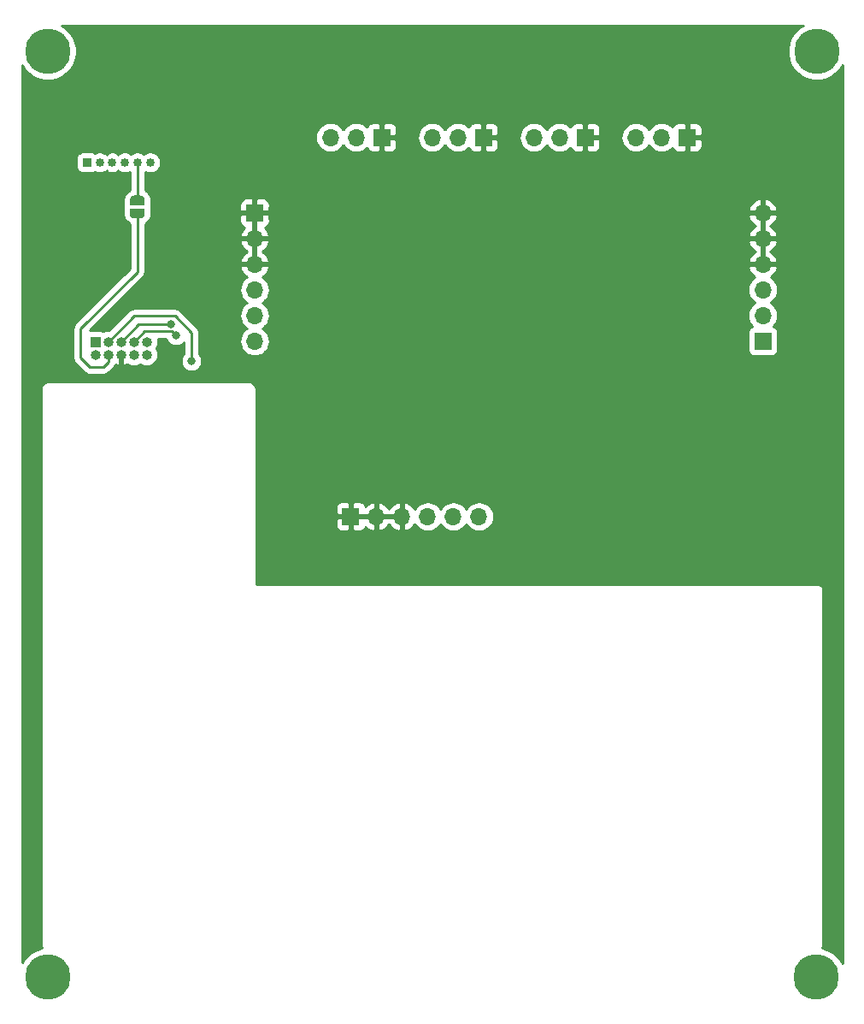
<source format=gbr>
G04 #@! TF.GenerationSoftware,KiCad,Pcbnew,(5.1.2)-2*
G04 #@! TF.CreationDate,2021-08-28T01:11:49-04:00*
G04 #@! TF.ProjectId,MAG_Plus,4d41475f-506c-4757-932e-6b696361645f,rev?*
G04 #@! TF.SameCoordinates,Original*
G04 #@! TF.FileFunction,Copper,L2,Bot*
G04 #@! TF.FilePolarity,Positive*
%FSLAX46Y46*%
G04 Gerber Fmt 4.6, Leading zero omitted, Abs format (unit mm)*
G04 Created by KiCad (PCBNEW (5.1.2)-2) date 2021-08-28 01:11:49*
%MOMM*%
%LPD*%
G04 APERTURE LIST*
%ADD10C,4.500000*%
%ADD11C,0.850000*%
%ADD12R,0.850000X0.850000*%
%ADD13O,1.000000X1.000000*%
%ADD14R,1.000000X1.000000*%
%ADD15R,1.700000X1.700000*%
%ADD16O,1.700000X1.700000*%
%ADD17C,0.500000*%
%ADD18C,0.100000*%
%ADD19C,0.800000*%
%ADD20C,0.250000*%
%ADD21C,0.254000*%
G04 APERTURE END LIST*
D10*
X115400000Y-144220000D03*
X115390000Y-235820000D03*
X39200000Y-144210000D03*
X39200000Y-235830000D03*
D11*
X49360000Y-155220000D03*
X48110000Y-155220000D03*
X46860000Y-155220000D03*
X45610000Y-155220000D03*
X44360000Y-155220000D03*
D12*
X43110000Y-155220000D03*
D13*
X49020000Y-174250000D03*
X49020000Y-172980000D03*
X47750000Y-174250000D03*
X47750000Y-172980000D03*
X46480000Y-174250000D03*
X46480000Y-172980000D03*
X45210000Y-174250000D03*
X45210000Y-172980000D03*
X43940000Y-174250000D03*
D14*
X43940000Y-172980000D03*
D15*
X110060000Y-172910000D03*
D16*
X110060000Y-170370000D03*
X110060000Y-167830000D03*
X110060000Y-165290000D03*
X110060000Y-162750000D03*
X110060000Y-160210000D03*
X97490000Y-152740000D03*
X100030000Y-152740000D03*
D15*
X102570000Y-152740000D03*
X92480000Y-152740000D03*
D16*
X89940000Y-152740000D03*
X87400000Y-152740000D03*
X81930000Y-190270000D03*
X79390000Y-190270000D03*
X76850000Y-190270000D03*
X74310000Y-190270000D03*
X71770000Y-190270000D03*
D15*
X69230000Y-190270000D03*
D16*
X77320000Y-152740000D03*
X79860000Y-152740000D03*
D15*
X82400000Y-152740000D03*
X72320000Y-152740000D03*
D16*
X69780000Y-152740000D03*
X67240000Y-152740000D03*
X59720000Y-172920000D03*
X59720000Y-170380000D03*
X59720000Y-167840000D03*
X59720000Y-165300000D03*
X59720000Y-162760000D03*
D15*
X59720000Y-160220000D03*
D17*
X48090000Y-158980000D03*
D18*
G36*
X47340000Y-159480000D02*
G01*
X47340000Y-158980000D01*
X47340602Y-158980000D01*
X47340602Y-158955466D01*
X47345412Y-158906635D01*
X47354984Y-158858510D01*
X47369228Y-158811555D01*
X47388005Y-158766222D01*
X47411136Y-158722949D01*
X47438396Y-158682150D01*
X47469524Y-158644221D01*
X47504221Y-158609524D01*
X47542150Y-158578396D01*
X47582949Y-158551136D01*
X47626222Y-158528005D01*
X47671555Y-158509228D01*
X47718510Y-158494984D01*
X47766635Y-158485412D01*
X47815466Y-158480602D01*
X47840000Y-158480602D01*
X47840000Y-158480000D01*
X48340000Y-158480000D01*
X48340000Y-158480602D01*
X48364534Y-158480602D01*
X48413365Y-158485412D01*
X48461490Y-158494984D01*
X48508445Y-158509228D01*
X48553778Y-158528005D01*
X48597051Y-158551136D01*
X48637850Y-158578396D01*
X48675779Y-158609524D01*
X48710476Y-158644221D01*
X48741604Y-158682150D01*
X48768864Y-158722949D01*
X48791995Y-158766222D01*
X48810772Y-158811555D01*
X48825016Y-158858510D01*
X48834588Y-158906635D01*
X48839398Y-158955466D01*
X48839398Y-158980000D01*
X48840000Y-158980000D01*
X48840000Y-159480000D01*
X47340000Y-159480000D01*
X47340000Y-159480000D01*
G37*
D17*
X48090000Y-160280000D03*
D18*
G36*
X48839398Y-160280000D02*
G01*
X48839398Y-160304534D01*
X48834588Y-160353365D01*
X48825016Y-160401490D01*
X48810772Y-160448445D01*
X48791995Y-160493778D01*
X48768864Y-160537051D01*
X48741604Y-160577850D01*
X48710476Y-160615779D01*
X48675779Y-160650476D01*
X48637850Y-160681604D01*
X48597051Y-160708864D01*
X48553778Y-160731995D01*
X48508445Y-160750772D01*
X48461490Y-160765016D01*
X48413365Y-160774588D01*
X48364534Y-160779398D01*
X48340000Y-160779398D01*
X48340000Y-160780000D01*
X47840000Y-160780000D01*
X47840000Y-160779398D01*
X47815466Y-160779398D01*
X47766635Y-160774588D01*
X47718510Y-160765016D01*
X47671555Y-160750772D01*
X47626222Y-160731995D01*
X47582949Y-160708864D01*
X47542150Y-160681604D01*
X47504221Y-160650476D01*
X47469524Y-160615779D01*
X47438396Y-160577850D01*
X47411136Y-160537051D01*
X47388005Y-160493778D01*
X47369228Y-160448445D01*
X47354984Y-160401490D01*
X47345412Y-160353365D01*
X47340602Y-160304534D01*
X47340602Y-160280000D01*
X47340000Y-160280000D01*
X47340000Y-159780000D01*
X48840000Y-159780000D01*
X48840000Y-160280000D01*
X48839398Y-160280000D01*
X48839398Y-160280000D01*
G37*
D19*
X51462328Y-171215001D03*
X53452390Y-174887710D03*
X51930000Y-172340000D03*
D20*
X48090000Y-155240000D02*
X48110000Y-155220000D01*
X48090000Y-158980000D02*
X48090000Y-155240000D01*
X46480000Y-172980000D02*
X48244999Y-171215001D01*
X48244999Y-171215001D02*
X51462328Y-171215001D01*
X53452390Y-174322025D02*
X53452390Y-174887710D01*
X53452390Y-172042390D02*
X53452390Y-174322025D01*
X51830000Y-170420000D02*
X53452390Y-172042390D01*
X47770000Y-170420000D02*
X51830000Y-170420000D01*
X45210000Y-172980000D02*
X47770000Y-170420000D01*
X51530001Y-171940001D02*
X51930000Y-172340000D01*
X47750000Y-172980000D02*
X48789999Y-171940001D01*
X48789999Y-171940001D02*
X51530001Y-171940001D01*
X45210000Y-174957106D02*
X44717106Y-175450000D01*
X45210000Y-174250000D02*
X45210000Y-174957106D01*
X44717106Y-175450000D02*
X43360000Y-175450000D01*
X43360000Y-175450000D02*
X42490000Y-174580000D01*
X42490000Y-174580000D02*
X42490000Y-171650000D01*
X48090000Y-166050000D02*
X48090000Y-160280000D01*
X42490000Y-171650000D02*
X48090000Y-166050000D01*
D21*
G36*
X114033440Y-141663346D02*
G01*
X113560920Y-141979074D01*
X113159074Y-142380920D01*
X112843346Y-142853440D01*
X112625869Y-143378477D01*
X112515000Y-143935852D01*
X112515000Y-144504148D01*
X112625869Y-145061523D01*
X112843346Y-145586560D01*
X113159074Y-146059080D01*
X113560920Y-146460926D01*
X114033440Y-146776654D01*
X114558477Y-146994131D01*
X115115852Y-147105000D01*
X115684148Y-147105000D01*
X116241523Y-146994131D01*
X116766560Y-146776654D01*
X117239080Y-146460926D01*
X117640926Y-146059080D01*
X117940000Y-145611484D01*
X117940001Y-234443483D01*
X117630926Y-233980920D01*
X117229080Y-233579074D01*
X116756560Y-233263346D01*
X116231523Y-233045869D01*
X115929066Y-232985706D01*
X115951319Y-232958607D01*
X115951384Y-232958485D01*
X115951473Y-232958377D01*
X115982132Y-232900999D01*
X116012637Y-232843968D01*
X116012678Y-232843835D01*
X116012743Y-232843712D01*
X116031935Y-232780416D01*
X116050412Y-232719568D01*
X116050425Y-232719435D01*
X116050467Y-232719297D01*
X116057022Y-232652655D01*
X116059990Y-232622607D01*
X116059990Y-232622477D01*
X116063193Y-232589913D01*
X116060009Y-232557624D01*
X116069990Y-197632516D01*
X116073193Y-197600000D01*
X116066612Y-197533184D01*
X116060486Y-197470804D01*
X116060460Y-197470718D01*
X116060450Y-197470617D01*
X116040620Y-197405246D01*
X116022782Y-197346383D01*
X116022739Y-197346302D01*
X116022710Y-197346207D01*
X115990657Y-197286240D01*
X115961530Y-197231709D01*
X115961473Y-197231639D01*
X115961425Y-197231550D01*
X115918375Y-197179094D01*
X115879082Y-197131187D01*
X115879011Y-197131129D01*
X115878948Y-197131052D01*
X115826556Y-197088054D01*
X115778607Y-197048681D01*
X115778527Y-197048638D01*
X115778450Y-197048575D01*
X115719212Y-197016912D01*
X115663968Y-196987363D01*
X115663879Y-196987336D01*
X115663793Y-196987290D01*
X115598835Y-196967585D01*
X115539568Y-196949588D01*
X115539479Y-196949579D01*
X115539383Y-196949550D01*
X115471220Y-196942837D01*
X115410189Y-196936808D01*
X115377685Y-196940000D01*
X59860000Y-196940000D01*
X59860000Y-191120000D01*
X67741928Y-191120000D01*
X67754188Y-191244482D01*
X67790498Y-191364180D01*
X67849463Y-191474494D01*
X67928815Y-191571185D01*
X68025506Y-191650537D01*
X68135820Y-191709502D01*
X68255518Y-191745812D01*
X68380000Y-191758072D01*
X68944250Y-191755000D01*
X69103000Y-191596250D01*
X69103000Y-190397000D01*
X69357000Y-190397000D01*
X69357000Y-191596250D01*
X69515750Y-191755000D01*
X70080000Y-191758072D01*
X70204482Y-191745812D01*
X70324180Y-191709502D01*
X70434494Y-191650537D01*
X70531185Y-191571185D01*
X70610537Y-191474494D01*
X70669502Y-191364180D01*
X70693966Y-191283534D01*
X70769731Y-191367588D01*
X71003080Y-191541641D01*
X71265901Y-191666825D01*
X71413110Y-191711476D01*
X71643000Y-191590155D01*
X71643000Y-190397000D01*
X71897000Y-190397000D01*
X71897000Y-191590155D01*
X72126890Y-191711476D01*
X72274099Y-191666825D01*
X72536920Y-191541641D01*
X72770269Y-191367588D01*
X72965178Y-191151355D01*
X73040000Y-191025745D01*
X73114822Y-191151355D01*
X73309731Y-191367588D01*
X73543080Y-191541641D01*
X73805901Y-191666825D01*
X73953110Y-191711476D01*
X74183000Y-191590155D01*
X74183000Y-190397000D01*
X71897000Y-190397000D01*
X71643000Y-190397000D01*
X69357000Y-190397000D01*
X69103000Y-190397000D01*
X67903750Y-190397000D01*
X67745000Y-190555750D01*
X67741928Y-191120000D01*
X59860000Y-191120000D01*
X59860000Y-189420000D01*
X67741928Y-189420000D01*
X67745000Y-189984250D01*
X67903750Y-190143000D01*
X69103000Y-190143000D01*
X69103000Y-188943750D01*
X69357000Y-188943750D01*
X69357000Y-190143000D01*
X71643000Y-190143000D01*
X71643000Y-188949845D01*
X71897000Y-188949845D01*
X71897000Y-190143000D01*
X74183000Y-190143000D01*
X74183000Y-188949845D01*
X74437000Y-188949845D01*
X74437000Y-190143000D01*
X74457000Y-190143000D01*
X74457000Y-190397000D01*
X74437000Y-190397000D01*
X74437000Y-191590155D01*
X74666890Y-191711476D01*
X74814099Y-191666825D01*
X75076920Y-191541641D01*
X75310269Y-191367588D01*
X75505178Y-191151355D01*
X75574799Y-191034477D01*
X75609294Y-191099014D01*
X75794866Y-191325134D01*
X76020986Y-191510706D01*
X76278966Y-191648599D01*
X76558889Y-191733513D01*
X76777050Y-191755000D01*
X76922950Y-191755000D01*
X77141111Y-191733513D01*
X77421034Y-191648599D01*
X77679014Y-191510706D01*
X77905134Y-191325134D01*
X78090706Y-191099014D01*
X78120000Y-191044209D01*
X78149294Y-191099014D01*
X78334866Y-191325134D01*
X78560986Y-191510706D01*
X78818966Y-191648599D01*
X79098889Y-191733513D01*
X79317050Y-191755000D01*
X79462950Y-191755000D01*
X79681111Y-191733513D01*
X79961034Y-191648599D01*
X80219014Y-191510706D01*
X80445134Y-191325134D01*
X80630706Y-191099014D01*
X80660000Y-191044209D01*
X80689294Y-191099014D01*
X80874866Y-191325134D01*
X81100986Y-191510706D01*
X81358966Y-191648599D01*
X81638889Y-191733513D01*
X81857050Y-191755000D01*
X82002950Y-191755000D01*
X82221111Y-191733513D01*
X82501034Y-191648599D01*
X82759014Y-191510706D01*
X82985134Y-191325134D01*
X83170706Y-191099014D01*
X83308599Y-190841034D01*
X83393513Y-190561111D01*
X83422185Y-190270000D01*
X83393513Y-189978889D01*
X83308599Y-189698966D01*
X83170706Y-189440986D01*
X82985134Y-189214866D01*
X82759014Y-189029294D01*
X82501034Y-188891401D01*
X82221111Y-188806487D01*
X82002950Y-188785000D01*
X81857050Y-188785000D01*
X81638889Y-188806487D01*
X81358966Y-188891401D01*
X81100986Y-189029294D01*
X80874866Y-189214866D01*
X80689294Y-189440986D01*
X80660000Y-189495791D01*
X80630706Y-189440986D01*
X80445134Y-189214866D01*
X80219014Y-189029294D01*
X79961034Y-188891401D01*
X79681111Y-188806487D01*
X79462950Y-188785000D01*
X79317050Y-188785000D01*
X79098889Y-188806487D01*
X78818966Y-188891401D01*
X78560986Y-189029294D01*
X78334866Y-189214866D01*
X78149294Y-189440986D01*
X78120000Y-189495791D01*
X78090706Y-189440986D01*
X77905134Y-189214866D01*
X77679014Y-189029294D01*
X77421034Y-188891401D01*
X77141111Y-188806487D01*
X76922950Y-188785000D01*
X76777050Y-188785000D01*
X76558889Y-188806487D01*
X76278966Y-188891401D01*
X76020986Y-189029294D01*
X75794866Y-189214866D01*
X75609294Y-189440986D01*
X75574799Y-189505523D01*
X75505178Y-189388645D01*
X75310269Y-189172412D01*
X75076920Y-188998359D01*
X74814099Y-188873175D01*
X74666890Y-188828524D01*
X74437000Y-188949845D01*
X74183000Y-188949845D01*
X73953110Y-188828524D01*
X73805901Y-188873175D01*
X73543080Y-188998359D01*
X73309731Y-189172412D01*
X73114822Y-189388645D01*
X73040000Y-189514255D01*
X72965178Y-189388645D01*
X72770269Y-189172412D01*
X72536920Y-188998359D01*
X72274099Y-188873175D01*
X72126890Y-188828524D01*
X71897000Y-188949845D01*
X71643000Y-188949845D01*
X71413110Y-188828524D01*
X71265901Y-188873175D01*
X71003080Y-188998359D01*
X70769731Y-189172412D01*
X70693966Y-189256466D01*
X70669502Y-189175820D01*
X70610537Y-189065506D01*
X70531185Y-188968815D01*
X70434494Y-188889463D01*
X70324180Y-188830498D01*
X70204482Y-188794188D01*
X70080000Y-188781928D01*
X69515750Y-188785000D01*
X69357000Y-188943750D01*
X69103000Y-188943750D01*
X68944250Y-188785000D01*
X68380000Y-188781928D01*
X68255518Y-188794188D01*
X68135820Y-188830498D01*
X68025506Y-188889463D01*
X67928815Y-188968815D01*
X67849463Y-189065506D01*
X67790498Y-189175820D01*
X67754188Y-189295518D01*
X67741928Y-189420000D01*
X59860000Y-189420000D01*
X59860000Y-177632419D01*
X59863193Y-177600000D01*
X59850450Y-177470617D01*
X59812710Y-177346207D01*
X59751425Y-177231550D01*
X59668948Y-177131052D01*
X59568450Y-177048575D01*
X59453793Y-176987290D01*
X59329383Y-176949550D01*
X59232419Y-176940000D01*
X59200000Y-176936807D01*
X59167581Y-176940000D01*
X39232419Y-176940000D01*
X39200000Y-176936807D01*
X39167581Y-176940000D01*
X39070617Y-176949550D01*
X38946207Y-176987290D01*
X38831550Y-177048575D01*
X38731052Y-177131052D01*
X38648575Y-177231550D01*
X38587290Y-177346207D01*
X38549550Y-177470617D01*
X38536807Y-177600000D01*
X38540001Y-177632430D01*
X38540000Y-232567634D01*
X38536808Y-232600087D01*
X38542867Y-232661531D01*
X38549550Y-232729382D01*
X38549563Y-232729424D01*
X38549567Y-232729468D01*
X38568099Y-232790528D01*
X38587290Y-232853792D01*
X38587312Y-232853833D01*
X38587324Y-232853873D01*
X38616883Y-232909158D01*
X38648575Y-232968449D01*
X38648604Y-232968484D01*
X38648624Y-232968522D01*
X38669535Y-232993996D01*
X38358477Y-233055869D01*
X37833440Y-233273346D01*
X37360920Y-233589074D01*
X36959074Y-233990920D01*
X36660000Y-234438516D01*
X36660000Y-171650000D01*
X41726324Y-171650000D01*
X41730001Y-171687332D01*
X41730000Y-174542677D01*
X41726324Y-174580000D01*
X41730000Y-174617322D01*
X41730000Y-174617332D01*
X41740997Y-174728985D01*
X41767097Y-174815026D01*
X41784454Y-174872246D01*
X41855026Y-175004276D01*
X41874144Y-175027571D01*
X41949999Y-175120001D01*
X41979002Y-175143803D01*
X42796201Y-175961003D01*
X42819999Y-175990001D01*
X42935724Y-176084974D01*
X43067753Y-176155546D01*
X43211014Y-176199003D01*
X43322667Y-176210000D01*
X43322677Y-176210000D01*
X43360000Y-176213676D01*
X43397323Y-176210000D01*
X44679784Y-176210000D01*
X44717106Y-176213676D01*
X44754428Y-176210000D01*
X44754439Y-176210000D01*
X44866092Y-176199003D01*
X45009353Y-176155546D01*
X45141382Y-176084974D01*
X45257107Y-175990001D01*
X45280909Y-175960998D01*
X45721002Y-175520906D01*
X45750001Y-175497107D01*
X45844974Y-175381382D01*
X45915546Y-175249353D01*
X45919351Y-175236810D01*
X45919794Y-175237123D01*
X46123136Y-175327446D01*
X46178126Y-175344119D01*
X46353000Y-175217954D01*
X46353000Y-174377000D01*
X46337983Y-174377000D01*
X46350491Y-174250000D01*
X46337983Y-174123000D01*
X46353000Y-174123000D01*
X46353000Y-174107983D01*
X46424248Y-174115000D01*
X46535752Y-174115000D01*
X46607000Y-174107983D01*
X46607000Y-174123000D01*
X46622017Y-174123000D01*
X46609509Y-174250000D01*
X46622017Y-174377000D01*
X46607000Y-174377000D01*
X46607000Y-175217954D01*
X46781874Y-175344119D01*
X46836864Y-175327446D01*
X47040206Y-175237123D01*
X47106617Y-175190274D01*
X47116377Y-175198284D01*
X47313553Y-175303676D01*
X47527501Y-175368577D01*
X47694248Y-175385000D01*
X47805752Y-175385000D01*
X47972499Y-175368577D01*
X48186447Y-175303676D01*
X48383623Y-175198284D01*
X48385000Y-175197154D01*
X48386377Y-175198284D01*
X48583553Y-175303676D01*
X48797501Y-175368577D01*
X48964248Y-175385000D01*
X49075752Y-175385000D01*
X49242499Y-175368577D01*
X49456447Y-175303676D01*
X49653623Y-175198284D01*
X49826449Y-175056449D01*
X49968284Y-174883623D01*
X50073676Y-174686447D01*
X50138577Y-174472499D01*
X50160491Y-174250000D01*
X50138577Y-174027501D01*
X50073676Y-173813553D01*
X49968284Y-173616377D01*
X49967154Y-173615000D01*
X49968284Y-173613623D01*
X50073676Y-173416447D01*
X50138577Y-173202499D01*
X50160491Y-172980000D01*
X50138577Y-172757501D01*
X50121134Y-172700001D01*
X50958841Y-172700001D01*
X51012795Y-172830256D01*
X51126063Y-172999774D01*
X51270226Y-173143937D01*
X51439744Y-173257205D01*
X51628102Y-173335226D01*
X51828061Y-173375000D01*
X52031939Y-173375000D01*
X52231898Y-173335226D01*
X52420256Y-173257205D01*
X52589774Y-173143937D01*
X52692390Y-173041321D01*
X52692391Y-174183998D01*
X52648453Y-174227936D01*
X52535185Y-174397454D01*
X52457164Y-174585812D01*
X52417390Y-174785771D01*
X52417390Y-174989649D01*
X52457164Y-175189608D01*
X52535185Y-175377966D01*
X52648453Y-175547484D01*
X52792616Y-175691647D01*
X52962134Y-175804915D01*
X53150492Y-175882936D01*
X53350451Y-175922710D01*
X53554329Y-175922710D01*
X53754288Y-175882936D01*
X53942646Y-175804915D01*
X54112164Y-175691647D01*
X54256327Y-175547484D01*
X54369595Y-175377966D01*
X54447616Y-175189608D01*
X54487390Y-174989649D01*
X54487390Y-174785771D01*
X54447616Y-174585812D01*
X54369595Y-174397454D01*
X54256327Y-174227936D01*
X54212390Y-174183999D01*
X54212390Y-172079713D01*
X54216066Y-172042390D01*
X54212390Y-172005067D01*
X54212390Y-172005057D01*
X54201393Y-171893404D01*
X54157936Y-171750143D01*
X54103208Y-171647755D01*
X54087364Y-171618113D01*
X54016189Y-171531387D01*
X53992391Y-171502389D01*
X53963394Y-171478592D01*
X52393804Y-169909003D01*
X52370001Y-169879999D01*
X52254276Y-169785026D01*
X52122247Y-169714454D01*
X51978986Y-169670997D01*
X51867333Y-169660000D01*
X51867322Y-169660000D01*
X51830000Y-169656324D01*
X51792678Y-169660000D01*
X47807325Y-169660000D01*
X47770000Y-169656324D01*
X47732675Y-169660000D01*
X47732667Y-169660000D01*
X47621014Y-169670997D01*
X47477753Y-169714454D01*
X47345724Y-169785026D01*
X47229999Y-169879999D01*
X47206201Y-169908997D01*
X45269800Y-171845399D01*
X45265752Y-171845000D01*
X45154248Y-171845000D01*
X44987501Y-171861423D01*
X44773553Y-171926324D01*
X44762379Y-171932297D01*
X44684180Y-171890498D01*
X44564482Y-171854188D01*
X44440000Y-171841928D01*
X43440000Y-171841928D01*
X43365540Y-171849261D01*
X47374801Y-167840000D01*
X58227815Y-167840000D01*
X58256487Y-168131111D01*
X58341401Y-168411034D01*
X58479294Y-168669014D01*
X58664866Y-168895134D01*
X58890986Y-169080706D01*
X58945791Y-169110000D01*
X58890986Y-169139294D01*
X58664866Y-169324866D01*
X58479294Y-169550986D01*
X58341401Y-169808966D01*
X58256487Y-170088889D01*
X58227815Y-170380000D01*
X58256487Y-170671111D01*
X58341401Y-170951034D01*
X58479294Y-171209014D01*
X58664866Y-171435134D01*
X58890986Y-171620706D01*
X58945791Y-171650000D01*
X58890986Y-171679294D01*
X58664866Y-171864866D01*
X58479294Y-172090986D01*
X58341401Y-172348966D01*
X58256487Y-172628889D01*
X58227815Y-172920000D01*
X58256487Y-173211111D01*
X58341401Y-173491034D01*
X58479294Y-173749014D01*
X58664866Y-173975134D01*
X58890986Y-174160706D01*
X59148966Y-174298599D01*
X59428889Y-174383513D01*
X59647050Y-174405000D01*
X59792950Y-174405000D01*
X60011111Y-174383513D01*
X60291034Y-174298599D01*
X60549014Y-174160706D01*
X60775134Y-173975134D01*
X60960706Y-173749014D01*
X61098599Y-173491034D01*
X61183513Y-173211111D01*
X61212185Y-172920000D01*
X61183513Y-172628889D01*
X61098599Y-172348966D01*
X60960706Y-172090986D01*
X60775134Y-171864866D01*
X60549014Y-171679294D01*
X60494209Y-171650000D01*
X60549014Y-171620706D01*
X60775134Y-171435134D01*
X60960706Y-171209014D01*
X61098599Y-170951034D01*
X61183513Y-170671111D01*
X61212185Y-170380000D01*
X61183513Y-170088889D01*
X61098599Y-169808966D01*
X60960706Y-169550986D01*
X60775134Y-169324866D01*
X60549014Y-169139294D01*
X60494209Y-169110000D01*
X60549014Y-169080706D01*
X60775134Y-168895134D01*
X60960706Y-168669014D01*
X61098599Y-168411034D01*
X61183513Y-168131111D01*
X61212185Y-167840000D01*
X61211201Y-167830000D01*
X108567815Y-167830000D01*
X108596487Y-168121111D01*
X108681401Y-168401034D01*
X108819294Y-168659014D01*
X109004866Y-168885134D01*
X109230986Y-169070706D01*
X109285791Y-169100000D01*
X109230986Y-169129294D01*
X109004866Y-169314866D01*
X108819294Y-169540986D01*
X108681401Y-169798966D01*
X108596487Y-170078889D01*
X108567815Y-170370000D01*
X108596487Y-170661111D01*
X108681401Y-170941034D01*
X108819294Y-171199014D01*
X109004866Y-171425134D01*
X109034687Y-171449607D01*
X108965820Y-171470498D01*
X108855506Y-171529463D01*
X108758815Y-171608815D01*
X108679463Y-171705506D01*
X108620498Y-171815820D01*
X108584188Y-171935518D01*
X108571928Y-172060000D01*
X108571928Y-173760000D01*
X108584188Y-173884482D01*
X108620498Y-174004180D01*
X108679463Y-174114494D01*
X108758815Y-174211185D01*
X108855506Y-174290537D01*
X108965820Y-174349502D01*
X109085518Y-174385812D01*
X109210000Y-174398072D01*
X110910000Y-174398072D01*
X111034482Y-174385812D01*
X111154180Y-174349502D01*
X111264494Y-174290537D01*
X111361185Y-174211185D01*
X111440537Y-174114494D01*
X111499502Y-174004180D01*
X111535812Y-173884482D01*
X111548072Y-173760000D01*
X111548072Y-172060000D01*
X111535812Y-171935518D01*
X111499502Y-171815820D01*
X111440537Y-171705506D01*
X111361185Y-171608815D01*
X111264494Y-171529463D01*
X111154180Y-171470498D01*
X111085313Y-171449607D01*
X111115134Y-171425134D01*
X111300706Y-171199014D01*
X111438599Y-170941034D01*
X111523513Y-170661111D01*
X111552185Y-170370000D01*
X111523513Y-170078889D01*
X111438599Y-169798966D01*
X111300706Y-169540986D01*
X111115134Y-169314866D01*
X110889014Y-169129294D01*
X110834209Y-169100000D01*
X110889014Y-169070706D01*
X111115134Y-168885134D01*
X111300706Y-168659014D01*
X111438599Y-168401034D01*
X111523513Y-168121111D01*
X111552185Y-167830000D01*
X111523513Y-167538889D01*
X111438599Y-167258966D01*
X111300706Y-167000986D01*
X111115134Y-166774866D01*
X110889014Y-166589294D01*
X110824477Y-166554799D01*
X110941355Y-166485178D01*
X111157588Y-166290269D01*
X111331641Y-166056920D01*
X111456825Y-165794099D01*
X111501476Y-165646890D01*
X111380155Y-165417000D01*
X110187000Y-165417000D01*
X110187000Y-165437000D01*
X109933000Y-165437000D01*
X109933000Y-165417000D01*
X108739845Y-165417000D01*
X108618524Y-165646890D01*
X108663175Y-165794099D01*
X108788359Y-166056920D01*
X108962412Y-166290269D01*
X109178645Y-166485178D01*
X109295523Y-166554799D01*
X109230986Y-166589294D01*
X109004866Y-166774866D01*
X108819294Y-167000986D01*
X108681401Y-167258966D01*
X108596487Y-167538889D01*
X108567815Y-167830000D01*
X61211201Y-167830000D01*
X61183513Y-167548889D01*
X61098599Y-167268966D01*
X60960706Y-167010986D01*
X60775134Y-166784866D01*
X60549014Y-166599294D01*
X60484477Y-166564799D01*
X60601355Y-166495178D01*
X60817588Y-166300269D01*
X60991641Y-166066920D01*
X61116825Y-165804099D01*
X61161476Y-165656890D01*
X61040155Y-165427000D01*
X59847000Y-165427000D01*
X59847000Y-165447000D01*
X59593000Y-165447000D01*
X59593000Y-165427000D01*
X58399845Y-165427000D01*
X58278524Y-165656890D01*
X58323175Y-165804099D01*
X58448359Y-166066920D01*
X58622412Y-166300269D01*
X58838645Y-166495178D01*
X58955523Y-166564799D01*
X58890986Y-166599294D01*
X58664866Y-166784866D01*
X58479294Y-167010986D01*
X58341401Y-167268966D01*
X58256487Y-167548889D01*
X58227815Y-167840000D01*
X47374801Y-167840000D01*
X48601004Y-166613798D01*
X48630001Y-166590001D01*
X48656332Y-166557917D01*
X48724974Y-166474277D01*
X48795546Y-166342247D01*
X48795546Y-166342246D01*
X48839003Y-166198986D01*
X48850000Y-166087333D01*
X48850000Y-166087323D01*
X48853676Y-166050000D01*
X48850000Y-166012677D01*
X48850000Y-163116890D01*
X58278524Y-163116890D01*
X58323175Y-163264099D01*
X58448359Y-163526920D01*
X58622412Y-163760269D01*
X58838645Y-163955178D01*
X58964255Y-164030000D01*
X58838645Y-164104822D01*
X58622412Y-164299731D01*
X58448359Y-164533080D01*
X58323175Y-164795901D01*
X58278524Y-164943110D01*
X58399845Y-165173000D01*
X59593000Y-165173000D01*
X59593000Y-162887000D01*
X59847000Y-162887000D01*
X59847000Y-165173000D01*
X61040155Y-165173000D01*
X61161476Y-164943110D01*
X61116825Y-164795901D01*
X60991641Y-164533080D01*
X60817588Y-164299731D01*
X60601355Y-164104822D01*
X60475745Y-164030000D01*
X60601355Y-163955178D01*
X60817588Y-163760269D01*
X60991641Y-163526920D01*
X61116825Y-163264099D01*
X61161476Y-163116890D01*
X61156199Y-163106890D01*
X108618524Y-163106890D01*
X108663175Y-163254099D01*
X108788359Y-163516920D01*
X108962412Y-163750269D01*
X109178645Y-163945178D01*
X109304255Y-164020000D01*
X109178645Y-164094822D01*
X108962412Y-164289731D01*
X108788359Y-164523080D01*
X108663175Y-164785901D01*
X108618524Y-164933110D01*
X108739845Y-165163000D01*
X109933000Y-165163000D01*
X109933000Y-162877000D01*
X110187000Y-162877000D01*
X110187000Y-165163000D01*
X111380155Y-165163000D01*
X111501476Y-164933110D01*
X111456825Y-164785901D01*
X111331641Y-164523080D01*
X111157588Y-164289731D01*
X110941355Y-164094822D01*
X110815745Y-164020000D01*
X110941355Y-163945178D01*
X111157588Y-163750269D01*
X111331641Y-163516920D01*
X111456825Y-163254099D01*
X111501476Y-163106890D01*
X111380155Y-162877000D01*
X110187000Y-162877000D01*
X109933000Y-162877000D01*
X108739845Y-162877000D01*
X108618524Y-163106890D01*
X61156199Y-163106890D01*
X61040155Y-162887000D01*
X59847000Y-162887000D01*
X59593000Y-162887000D01*
X58399845Y-162887000D01*
X58278524Y-163116890D01*
X48850000Y-163116890D01*
X48850000Y-161294362D01*
X48930192Y-161251498D01*
X49011691Y-161197042D01*
X49108382Y-161117690D01*
X49156072Y-161070000D01*
X58231928Y-161070000D01*
X58244188Y-161194482D01*
X58280498Y-161314180D01*
X58339463Y-161424494D01*
X58418815Y-161521185D01*
X58515506Y-161600537D01*
X58625820Y-161659502D01*
X58706466Y-161683966D01*
X58622412Y-161759731D01*
X58448359Y-161993080D01*
X58323175Y-162255901D01*
X58278524Y-162403110D01*
X58399845Y-162633000D01*
X59593000Y-162633000D01*
X59593000Y-160347000D01*
X59847000Y-160347000D01*
X59847000Y-162633000D01*
X61040155Y-162633000D01*
X61161476Y-162403110D01*
X61116825Y-162255901D01*
X60991641Y-161993080D01*
X60817588Y-161759731D01*
X60733534Y-161683966D01*
X60814180Y-161659502D01*
X60924494Y-161600537D01*
X61021185Y-161521185D01*
X61100537Y-161424494D01*
X61159502Y-161314180D01*
X61195812Y-161194482D01*
X61208072Y-161070000D01*
X61205333Y-160566890D01*
X108618524Y-160566890D01*
X108663175Y-160714099D01*
X108788359Y-160976920D01*
X108962412Y-161210269D01*
X109178645Y-161405178D01*
X109304255Y-161480000D01*
X109178645Y-161554822D01*
X108962412Y-161749731D01*
X108788359Y-161983080D01*
X108663175Y-162245901D01*
X108618524Y-162393110D01*
X108739845Y-162623000D01*
X109933000Y-162623000D01*
X109933000Y-160337000D01*
X110187000Y-160337000D01*
X110187000Y-162623000D01*
X111380155Y-162623000D01*
X111501476Y-162393110D01*
X111456825Y-162245901D01*
X111331641Y-161983080D01*
X111157588Y-161749731D01*
X110941355Y-161554822D01*
X110815745Y-161480000D01*
X110941355Y-161405178D01*
X111157588Y-161210269D01*
X111331641Y-160976920D01*
X111456825Y-160714099D01*
X111501476Y-160566890D01*
X111380155Y-160337000D01*
X110187000Y-160337000D01*
X109933000Y-160337000D01*
X108739845Y-160337000D01*
X108618524Y-160566890D01*
X61205333Y-160566890D01*
X61205000Y-160505750D01*
X61046250Y-160347000D01*
X59847000Y-160347000D01*
X59593000Y-160347000D01*
X58393750Y-160347000D01*
X58235000Y-160505750D01*
X58231928Y-161070000D01*
X49156072Y-161070000D01*
X49177690Y-161048382D01*
X49257042Y-160951691D01*
X49311498Y-160870192D01*
X49370464Y-160759875D01*
X49407973Y-160669319D01*
X49444282Y-160549623D01*
X49463404Y-160453490D01*
X49475664Y-160329009D01*
X49475664Y-160304450D01*
X49478072Y-160280000D01*
X49478072Y-159780000D01*
X49465812Y-159655518D01*
X49458071Y-159630000D01*
X49465812Y-159604482D01*
X49478072Y-159480000D01*
X49478072Y-159370000D01*
X58231928Y-159370000D01*
X58235000Y-159934250D01*
X58393750Y-160093000D01*
X59593000Y-160093000D01*
X59593000Y-158893750D01*
X59847000Y-158893750D01*
X59847000Y-160093000D01*
X61046250Y-160093000D01*
X61205000Y-159934250D01*
X61205441Y-159853110D01*
X108618524Y-159853110D01*
X108739845Y-160083000D01*
X109933000Y-160083000D01*
X109933000Y-158889186D01*
X110187000Y-158889186D01*
X110187000Y-160083000D01*
X111380155Y-160083000D01*
X111501476Y-159853110D01*
X111456825Y-159705901D01*
X111331641Y-159443080D01*
X111157588Y-159209731D01*
X110941355Y-159014822D01*
X110691252Y-158865843D01*
X110416891Y-158768519D01*
X110187000Y-158889186D01*
X109933000Y-158889186D01*
X109703109Y-158768519D01*
X109428748Y-158865843D01*
X109178645Y-159014822D01*
X108962412Y-159209731D01*
X108788359Y-159443080D01*
X108663175Y-159705901D01*
X108618524Y-159853110D01*
X61205441Y-159853110D01*
X61208072Y-159370000D01*
X61195812Y-159245518D01*
X61159502Y-159125820D01*
X61100537Y-159015506D01*
X61021185Y-158918815D01*
X60924494Y-158839463D01*
X60814180Y-158780498D01*
X60694482Y-158744188D01*
X60570000Y-158731928D01*
X60005750Y-158735000D01*
X59847000Y-158893750D01*
X59593000Y-158893750D01*
X59434250Y-158735000D01*
X58870000Y-158731928D01*
X58745518Y-158744188D01*
X58625820Y-158780498D01*
X58515506Y-158839463D01*
X58418815Y-158918815D01*
X58339463Y-159015506D01*
X58280498Y-159125820D01*
X58244188Y-159245518D01*
X58231928Y-159370000D01*
X49478072Y-159370000D01*
X49478072Y-158980000D01*
X49475664Y-158955550D01*
X49475664Y-158930991D01*
X49463404Y-158806510D01*
X49444282Y-158710377D01*
X49407973Y-158590681D01*
X49370464Y-158500125D01*
X49311498Y-158389808D01*
X49257042Y-158308309D01*
X49177690Y-158211618D01*
X49108382Y-158142310D01*
X49011691Y-158062958D01*
X48930192Y-158008502D01*
X48850000Y-157965638D01*
X48850000Y-156154080D01*
X48857902Y-156159360D01*
X49050809Y-156239265D01*
X49255599Y-156280000D01*
X49464401Y-156280000D01*
X49669191Y-156239265D01*
X49862098Y-156159360D01*
X50035711Y-156043356D01*
X50183356Y-155895711D01*
X50299360Y-155722098D01*
X50379265Y-155529191D01*
X50420000Y-155324401D01*
X50420000Y-155115599D01*
X50379265Y-154910809D01*
X50299360Y-154717902D01*
X50183356Y-154544289D01*
X50035711Y-154396644D01*
X49862098Y-154280640D01*
X49669191Y-154200735D01*
X49464401Y-154160000D01*
X49255599Y-154160000D01*
X49050809Y-154200735D01*
X48857902Y-154280640D01*
X48735000Y-154362760D01*
X48612098Y-154280640D01*
X48419191Y-154200735D01*
X48214401Y-154160000D01*
X48005599Y-154160000D01*
X47800809Y-154200735D01*
X47607902Y-154280640D01*
X47485000Y-154362760D01*
X47362098Y-154280640D01*
X47169191Y-154200735D01*
X46964401Y-154160000D01*
X46755599Y-154160000D01*
X46550809Y-154200735D01*
X46357902Y-154280640D01*
X46184289Y-154396644D01*
X46147011Y-154433922D01*
X46128856Y-154289790D01*
X45937412Y-154206440D01*
X45733384Y-154162041D01*
X45524616Y-154158298D01*
X45319130Y-154195356D01*
X45124821Y-154271790D01*
X45091144Y-154289790D01*
X45072989Y-154433922D01*
X45035711Y-154396644D01*
X44862098Y-154280640D01*
X44669191Y-154200735D01*
X44464401Y-154160000D01*
X44255599Y-154160000D01*
X44050809Y-154200735D01*
X43891997Y-154266517D01*
X43889494Y-154264463D01*
X43779180Y-154205498D01*
X43659482Y-154169188D01*
X43535000Y-154156928D01*
X42685000Y-154156928D01*
X42560518Y-154169188D01*
X42440820Y-154205498D01*
X42330506Y-154264463D01*
X42233815Y-154343815D01*
X42154463Y-154440506D01*
X42095498Y-154550820D01*
X42059188Y-154670518D01*
X42046928Y-154795000D01*
X42046928Y-155645000D01*
X42059188Y-155769482D01*
X42095498Y-155889180D01*
X42154463Y-155999494D01*
X42233815Y-156096185D01*
X42330506Y-156175537D01*
X42440820Y-156234502D01*
X42560518Y-156270812D01*
X42685000Y-156283072D01*
X43535000Y-156283072D01*
X43659482Y-156270812D01*
X43779180Y-156234502D01*
X43889494Y-156175537D01*
X43891997Y-156173483D01*
X44050809Y-156239265D01*
X44255599Y-156280000D01*
X44464401Y-156280000D01*
X44669191Y-156239265D01*
X44862098Y-156159360D01*
X45035711Y-156043356D01*
X45072989Y-156006078D01*
X45091144Y-156150210D01*
X45282588Y-156233560D01*
X45486616Y-156277959D01*
X45695384Y-156281702D01*
X45900870Y-156244644D01*
X46095179Y-156168210D01*
X46128856Y-156150210D01*
X46147011Y-156006078D01*
X46184289Y-156043356D01*
X46357902Y-156159360D01*
X46550809Y-156239265D01*
X46755599Y-156280000D01*
X46964401Y-156280000D01*
X47169191Y-156239265D01*
X47330001Y-156172655D01*
X47330000Y-157965638D01*
X47249808Y-158008502D01*
X47168309Y-158062958D01*
X47071618Y-158142310D01*
X47002310Y-158211618D01*
X46922958Y-158308309D01*
X46868502Y-158389808D01*
X46809536Y-158500125D01*
X46772027Y-158590681D01*
X46735718Y-158710377D01*
X46716596Y-158806510D01*
X46704336Y-158930991D01*
X46704336Y-158955550D01*
X46701928Y-158980000D01*
X46701928Y-159480000D01*
X46714188Y-159604482D01*
X46721929Y-159630000D01*
X46714188Y-159655518D01*
X46701928Y-159780000D01*
X46701928Y-160280000D01*
X46704336Y-160304450D01*
X46704336Y-160329009D01*
X46716596Y-160453490D01*
X46735718Y-160549623D01*
X46772027Y-160669319D01*
X46809536Y-160759875D01*
X46868502Y-160870192D01*
X46922958Y-160951691D01*
X47002310Y-161048382D01*
X47071618Y-161117690D01*
X47168309Y-161197042D01*
X47249808Y-161251498D01*
X47330001Y-161294362D01*
X47330000Y-165735198D01*
X41978998Y-171086201D01*
X41950000Y-171109999D01*
X41926202Y-171138997D01*
X41926201Y-171138998D01*
X41855026Y-171225724D01*
X41784454Y-171357754D01*
X41761269Y-171434188D01*
X41740998Y-171501014D01*
X41737546Y-171536063D01*
X41726324Y-171650000D01*
X36660000Y-171650000D01*
X36660000Y-152740000D01*
X65747815Y-152740000D01*
X65776487Y-153031111D01*
X65861401Y-153311034D01*
X65999294Y-153569014D01*
X66184866Y-153795134D01*
X66410986Y-153980706D01*
X66668966Y-154118599D01*
X66948889Y-154203513D01*
X67167050Y-154225000D01*
X67312950Y-154225000D01*
X67531111Y-154203513D01*
X67811034Y-154118599D01*
X68069014Y-153980706D01*
X68295134Y-153795134D01*
X68480706Y-153569014D01*
X68510000Y-153514209D01*
X68539294Y-153569014D01*
X68724866Y-153795134D01*
X68950986Y-153980706D01*
X69208966Y-154118599D01*
X69488889Y-154203513D01*
X69707050Y-154225000D01*
X69852950Y-154225000D01*
X70071111Y-154203513D01*
X70351034Y-154118599D01*
X70609014Y-153980706D01*
X70835134Y-153795134D01*
X70859607Y-153765313D01*
X70880498Y-153834180D01*
X70939463Y-153944494D01*
X71018815Y-154041185D01*
X71115506Y-154120537D01*
X71225820Y-154179502D01*
X71345518Y-154215812D01*
X71470000Y-154228072D01*
X72034250Y-154225000D01*
X72193000Y-154066250D01*
X72193000Y-152867000D01*
X72447000Y-152867000D01*
X72447000Y-154066250D01*
X72605750Y-154225000D01*
X73170000Y-154228072D01*
X73294482Y-154215812D01*
X73414180Y-154179502D01*
X73524494Y-154120537D01*
X73621185Y-154041185D01*
X73700537Y-153944494D01*
X73759502Y-153834180D01*
X73795812Y-153714482D01*
X73808072Y-153590000D01*
X73805000Y-153025750D01*
X73646250Y-152867000D01*
X72447000Y-152867000D01*
X72193000Y-152867000D01*
X72173000Y-152867000D01*
X72173000Y-152740000D01*
X75827815Y-152740000D01*
X75856487Y-153031111D01*
X75941401Y-153311034D01*
X76079294Y-153569014D01*
X76264866Y-153795134D01*
X76490986Y-153980706D01*
X76748966Y-154118599D01*
X77028889Y-154203513D01*
X77247050Y-154225000D01*
X77392950Y-154225000D01*
X77611111Y-154203513D01*
X77891034Y-154118599D01*
X78149014Y-153980706D01*
X78375134Y-153795134D01*
X78560706Y-153569014D01*
X78590000Y-153514209D01*
X78619294Y-153569014D01*
X78804866Y-153795134D01*
X79030986Y-153980706D01*
X79288966Y-154118599D01*
X79568889Y-154203513D01*
X79787050Y-154225000D01*
X79932950Y-154225000D01*
X80151111Y-154203513D01*
X80431034Y-154118599D01*
X80689014Y-153980706D01*
X80915134Y-153795134D01*
X80939607Y-153765313D01*
X80960498Y-153834180D01*
X81019463Y-153944494D01*
X81098815Y-154041185D01*
X81195506Y-154120537D01*
X81305820Y-154179502D01*
X81425518Y-154215812D01*
X81550000Y-154228072D01*
X82114250Y-154225000D01*
X82273000Y-154066250D01*
X82273000Y-152867000D01*
X82527000Y-152867000D01*
X82527000Y-154066250D01*
X82685750Y-154225000D01*
X83250000Y-154228072D01*
X83374482Y-154215812D01*
X83494180Y-154179502D01*
X83604494Y-154120537D01*
X83701185Y-154041185D01*
X83780537Y-153944494D01*
X83839502Y-153834180D01*
X83875812Y-153714482D01*
X83888072Y-153590000D01*
X83885000Y-153025750D01*
X83726250Y-152867000D01*
X82527000Y-152867000D01*
X82273000Y-152867000D01*
X82253000Y-152867000D01*
X82253000Y-152740000D01*
X85907815Y-152740000D01*
X85936487Y-153031111D01*
X86021401Y-153311034D01*
X86159294Y-153569014D01*
X86344866Y-153795134D01*
X86570986Y-153980706D01*
X86828966Y-154118599D01*
X87108889Y-154203513D01*
X87327050Y-154225000D01*
X87472950Y-154225000D01*
X87691111Y-154203513D01*
X87971034Y-154118599D01*
X88229014Y-153980706D01*
X88455134Y-153795134D01*
X88640706Y-153569014D01*
X88670000Y-153514209D01*
X88699294Y-153569014D01*
X88884866Y-153795134D01*
X89110986Y-153980706D01*
X89368966Y-154118599D01*
X89648889Y-154203513D01*
X89867050Y-154225000D01*
X90012950Y-154225000D01*
X90231111Y-154203513D01*
X90511034Y-154118599D01*
X90769014Y-153980706D01*
X90995134Y-153795134D01*
X91019607Y-153765313D01*
X91040498Y-153834180D01*
X91099463Y-153944494D01*
X91178815Y-154041185D01*
X91275506Y-154120537D01*
X91385820Y-154179502D01*
X91505518Y-154215812D01*
X91630000Y-154228072D01*
X92194250Y-154225000D01*
X92353000Y-154066250D01*
X92353000Y-152867000D01*
X92607000Y-152867000D01*
X92607000Y-154066250D01*
X92765750Y-154225000D01*
X93330000Y-154228072D01*
X93454482Y-154215812D01*
X93574180Y-154179502D01*
X93684494Y-154120537D01*
X93781185Y-154041185D01*
X93860537Y-153944494D01*
X93919502Y-153834180D01*
X93955812Y-153714482D01*
X93968072Y-153590000D01*
X93965000Y-153025750D01*
X93806250Y-152867000D01*
X92607000Y-152867000D01*
X92353000Y-152867000D01*
X92333000Y-152867000D01*
X92333000Y-152740000D01*
X95997815Y-152740000D01*
X96026487Y-153031111D01*
X96111401Y-153311034D01*
X96249294Y-153569014D01*
X96434866Y-153795134D01*
X96660986Y-153980706D01*
X96918966Y-154118599D01*
X97198889Y-154203513D01*
X97417050Y-154225000D01*
X97562950Y-154225000D01*
X97781111Y-154203513D01*
X98061034Y-154118599D01*
X98319014Y-153980706D01*
X98545134Y-153795134D01*
X98730706Y-153569014D01*
X98760000Y-153514209D01*
X98789294Y-153569014D01*
X98974866Y-153795134D01*
X99200986Y-153980706D01*
X99458966Y-154118599D01*
X99738889Y-154203513D01*
X99957050Y-154225000D01*
X100102950Y-154225000D01*
X100321111Y-154203513D01*
X100601034Y-154118599D01*
X100859014Y-153980706D01*
X101085134Y-153795134D01*
X101109607Y-153765313D01*
X101130498Y-153834180D01*
X101189463Y-153944494D01*
X101268815Y-154041185D01*
X101365506Y-154120537D01*
X101475820Y-154179502D01*
X101595518Y-154215812D01*
X101720000Y-154228072D01*
X102284250Y-154225000D01*
X102443000Y-154066250D01*
X102443000Y-152867000D01*
X102697000Y-152867000D01*
X102697000Y-154066250D01*
X102855750Y-154225000D01*
X103420000Y-154228072D01*
X103544482Y-154215812D01*
X103664180Y-154179502D01*
X103774494Y-154120537D01*
X103871185Y-154041185D01*
X103950537Y-153944494D01*
X104009502Y-153834180D01*
X104045812Y-153714482D01*
X104058072Y-153590000D01*
X104055000Y-153025750D01*
X103896250Y-152867000D01*
X102697000Y-152867000D01*
X102443000Y-152867000D01*
X102423000Y-152867000D01*
X102423000Y-152613000D01*
X102443000Y-152613000D01*
X102443000Y-151413750D01*
X102697000Y-151413750D01*
X102697000Y-152613000D01*
X103896250Y-152613000D01*
X104055000Y-152454250D01*
X104058072Y-151890000D01*
X104045812Y-151765518D01*
X104009502Y-151645820D01*
X103950537Y-151535506D01*
X103871185Y-151438815D01*
X103774494Y-151359463D01*
X103664180Y-151300498D01*
X103544482Y-151264188D01*
X103420000Y-151251928D01*
X102855750Y-151255000D01*
X102697000Y-151413750D01*
X102443000Y-151413750D01*
X102284250Y-151255000D01*
X101720000Y-151251928D01*
X101595518Y-151264188D01*
X101475820Y-151300498D01*
X101365506Y-151359463D01*
X101268815Y-151438815D01*
X101189463Y-151535506D01*
X101130498Y-151645820D01*
X101109607Y-151714687D01*
X101085134Y-151684866D01*
X100859014Y-151499294D01*
X100601034Y-151361401D01*
X100321111Y-151276487D01*
X100102950Y-151255000D01*
X99957050Y-151255000D01*
X99738889Y-151276487D01*
X99458966Y-151361401D01*
X99200986Y-151499294D01*
X98974866Y-151684866D01*
X98789294Y-151910986D01*
X98760000Y-151965791D01*
X98730706Y-151910986D01*
X98545134Y-151684866D01*
X98319014Y-151499294D01*
X98061034Y-151361401D01*
X97781111Y-151276487D01*
X97562950Y-151255000D01*
X97417050Y-151255000D01*
X97198889Y-151276487D01*
X96918966Y-151361401D01*
X96660986Y-151499294D01*
X96434866Y-151684866D01*
X96249294Y-151910986D01*
X96111401Y-152168966D01*
X96026487Y-152448889D01*
X95997815Y-152740000D01*
X92333000Y-152740000D01*
X92333000Y-152613000D01*
X92353000Y-152613000D01*
X92353000Y-151413750D01*
X92607000Y-151413750D01*
X92607000Y-152613000D01*
X93806250Y-152613000D01*
X93965000Y-152454250D01*
X93968072Y-151890000D01*
X93955812Y-151765518D01*
X93919502Y-151645820D01*
X93860537Y-151535506D01*
X93781185Y-151438815D01*
X93684494Y-151359463D01*
X93574180Y-151300498D01*
X93454482Y-151264188D01*
X93330000Y-151251928D01*
X92765750Y-151255000D01*
X92607000Y-151413750D01*
X92353000Y-151413750D01*
X92194250Y-151255000D01*
X91630000Y-151251928D01*
X91505518Y-151264188D01*
X91385820Y-151300498D01*
X91275506Y-151359463D01*
X91178815Y-151438815D01*
X91099463Y-151535506D01*
X91040498Y-151645820D01*
X91019607Y-151714687D01*
X90995134Y-151684866D01*
X90769014Y-151499294D01*
X90511034Y-151361401D01*
X90231111Y-151276487D01*
X90012950Y-151255000D01*
X89867050Y-151255000D01*
X89648889Y-151276487D01*
X89368966Y-151361401D01*
X89110986Y-151499294D01*
X88884866Y-151684866D01*
X88699294Y-151910986D01*
X88670000Y-151965791D01*
X88640706Y-151910986D01*
X88455134Y-151684866D01*
X88229014Y-151499294D01*
X87971034Y-151361401D01*
X87691111Y-151276487D01*
X87472950Y-151255000D01*
X87327050Y-151255000D01*
X87108889Y-151276487D01*
X86828966Y-151361401D01*
X86570986Y-151499294D01*
X86344866Y-151684866D01*
X86159294Y-151910986D01*
X86021401Y-152168966D01*
X85936487Y-152448889D01*
X85907815Y-152740000D01*
X82253000Y-152740000D01*
X82253000Y-152613000D01*
X82273000Y-152613000D01*
X82273000Y-151413750D01*
X82527000Y-151413750D01*
X82527000Y-152613000D01*
X83726250Y-152613000D01*
X83885000Y-152454250D01*
X83888072Y-151890000D01*
X83875812Y-151765518D01*
X83839502Y-151645820D01*
X83780537Y-151535506D01*
X83701185Y-151438815D01*
X83604494Y-151359463D01*
X83494180Y-151300498D01*
X83374482Y-151264188D01*
X83250000Y-151251928D01*
X82685750Y-151255000D01*
X82527000Y-151413750D01*
X82273000Y-151413750D01*
X82114250Y-151255000D01*
X81550000Y-151251928D01*
X81425518Y-151264188D01*
X81305820Y-151300498D01*
X81195506Y-151359463D01*
X81098815Y-151438815D01*
X81019463Y-151535506D01*
X80960498Y-151645820D01*
X80939607Y-151714687D01*
X80915134Y-151684866D01*
X80689014Y-151499294D01*
X80431034Y-151361401D01*
X80151111Y-151276487D01*
X79932950Y-151255000D01*
X79787050Y-151255000D01*
X79568889Y-151276487D01*
X79288966Y-151361401D01*
X79030986Y-151499294D01*
X78804866Y-151684866D01*
X78619294Y-151910986D01*
X78590000Y-151965791D01*
X78560706Y-151910986D01*
X78375134Y-151684866D01*
X78149014Y-151499294D01*
X77891034Y-151361401D01*
X77611111Y-151276487D01*
X77392950Y-151255000D01*
X77247050Y-151255000D01*
X77028889Y-151276487D01*
X76748966Y-151361401D01*
X76490986Y-151499294D01*
X76264866Y-151684866D01*
X76079294Y-151910986D01*
X75941401Y-152168966D01*
X75856487Y-152448889D01*
X75827815Y-152740000D01*
X72173000Y-152740000D01*
X72173000Y-152613000D01*
X72193000Y-152613000D01*
X72193000Y-151413750D01*
X72447000Y-151413750D01*
X72447000Y-152613000D01*
X73646250Y-152613000D01*
X73805000Y-152454250D01*
X73808072Y-151890000D01*
X73795812Y-151765518D01*
X73759502Y-151645820D01*
X73700537Y-151535506D01*
X73621185Y-151438815D01*
X73524494Y-151359463D01*
X73414180Y-151300498D01*
X73294482Y-151264188D01*
X73170000Y-151251928D01*
X72605750Y-151255000D01*
X72447000Y-151413750D01*
X72193000Y-151413750D01*
X72034250Y-151255000D01*
X71470000Y-151251928D01*
X71345518Y-151264188D01*
X71225820Y-151300498D01*
X71115506Y-151359463D01*
X71018815Y-151438815D01*
X70939463Y-151535506D01*
X70880498Y-151645820D01*
X70859607Y-151714687D01*
X70835134Y-151684866D01*
X70609014Y-151499294D01*
X70351034Y-151361401D01*
X70071111Y-151276487D01*
X69852950Y-151255000D01*
X69707050Y-151255000D01*
X69488889Y-151276487D01*
X69208966Y-151361401D01*
X68950986Y-151499294D01*
X68724866Y-151684866D01*
X68539294Y-151910986D01*
X68510000Y-151965791D01*
X68480706Y-151910986D01*
X68295134Y-151684866D01*
X68069014Y-151499294D01*
X67811034Y-151361401D01*
X67531111Y-151276487D01*
X67312950Y-151255000D01*
X67167050Y-151255000D01*
X66948889Y-151276487D01*
X66668966Y-151361401D01*
X66410986Y-151499294D01*
X66184866Y-151684866D01*
X65999294Y-151910986D01*
X65861401Y-152168966D01*
X65776487Y-152448889D01*
X65747815Y-152740000D01*
X36660000Y-152740000D01*
X36660000Y-145601484D01*
X36959074Y-146049080D01*
X37360920Y-146450926D01*
X37833440Y-146766654D01*
X38358477Y-146984131D01*
X38915852Y-147095000D01*
X39484148Y-147095000D01*
X40041523Y-146984131D01*
X40566560Y-146766654D01*
X41039080Y-146450926D01*
X41440926Y-146049080D01*
X41756654Y-145576560D01*
X41974131Y-145051523D01*
X42085000Y-144494148D01*
X42085000Y-143925852D01*
X41974131Y-143368477D01*
X41756654Y-142843440D01*
X41440926Y-142370920D01*
X41039080Y-141969074D01*
X40576518Y-141660000D01*
X114041518Y-141660000D01*
X114033440Y-141663346D01*
X114033440Y-141663346D01*
G37*
X114033440Y-141663346D02*
X113560920Y-141979074D01*
X113159074Y-142380920D01*
X112843346Y-142853440D01*
X112625869Y-143378477D01*
X112515000Y-143935852D01*
X112515000Y-144504148D01*
X112625869Y-145061523D01*
X112843346Y-145586560D01*
X113159074Y-146059080D01*
X113560920Y-146460926D01*
X114033440Y-146776654D01*
X114558477Y-146994131D01*
X115115852Y-147105000D01*
X115684148Y-147105000D01*
X116241523Y-146994131D01*
X116766560Y-146776654D01*
X117239080Y-146460926D01*
X117640926Y-146059080D01*
X117940000Y-145611484D01*
X117940001Y-234443483D01*
X117630926Y-233980920D01*
X117229080Y-233579074D01*
X116756560Y-233263346D01*
X116231523Y-233045869D01*
X115929066Y-232985706D01*
X115951319Y-232958607D01*
X115951384Y-232958485D01*
X115951473Y-232958377D01*
X115982132Y-232900999D01*
X116012637Y-232843968D01*
X116012678Y-232843835D01*
X116012743Y-232843712D01*
X116031935Y-232780416D01*
X116050412Y-232719568D01*
X116050425Y-232719435D01*
X116050467Y-232719297D01*
X116057022Y-232652655D01*
X116059990Y-232622607D01*
X116059990Y-232622477D01*
X116063193Y-232589913D01*
X116060009Y-232557624D01*
X116069990Y-197632516D01*
X116073193Y-197600000D01*
X116066612Y-197533184D01*
X116060486Y-197470804D01*
X116060460Y-197470718D01*
X116060450Y-197470617D01*
X116040620Y-197405246D01*
X116022782Y-197346383D01*
X116022739Y-197346302D01*
X116022710Y-197346207D01*
X115990657Y-197286240D01*
X115961530Y-197231709D01*
X115961473Y-197231639D01*
X115961425Y-197231550D01*
X115918375Y-197179094D01*
X115879082Y-197131187D01*
X115879011Y-197131129D01*
X115878948Y-197131052D01*
X115826556Y-197088054D01*
X115778607Y-197048681D01*
X115778527Y-197048638D01*
X115778450Y-197048575D01*
X115719212Y-197016912D01*
X115663968Y-196987363D01*
X115663879Y-196987336D01*
X115663793Y-196987290D01*
X115598835Y-196967585D01*
X115539568Y-196949588D01*
X115539479Y-196949579D01*
X115539383Y-196949550D01*
X115471220Y-196942837D01*
X115410189Y-196936808D01*
X115377685Y-196940000D01*
X59860000Y-196940000D01*
X59860000Y-191120000D01*
X67741928Y-191120000D01*
X67754188Y-191244482D01*
X67790498Y-191364180D01*
X67849463Y-191474494D01*
X67928815Y-191571185D01*
X68025506Y-191650537D01*
X68135820Y-191709502D01*
X68255518Y-191745812D01*
X68380000Y-191758072D01*
X68944250Y-191755000D01*
X69103000Y-191596250D01*
X69103000Y-190397000D01*
X69357000Y-190397000D01*
X69357000Y-191596250D01*
X69515750Y-191755000D01*
X70080000Y-191758072D01*
X70204482Y-191745812D01*
X70324180Y-191709502D01*
X70434494Y-191650537D01*
X70531185Y-191571185D01*
X70610537Y-191474494D01*
X70669502Y-191364180D01*
X70693966Y-191283534D01*
X70769731Y-191367588D01*
X71003080Y-191541641D01*
X71265901Y-191666825D01*
X71413110Y-191711476D01*
X71643000Y-191590155D01*
X71643000Y-190397000D01*
X71897000Y-190397000D01*
X71897000Y-191590155D01*
X72126890Y-191711476D01*
X72274099Y-191666825D01*
X72536920Y-191541641D01*
X72770269Y-191367588D01*
X72965178Y-191151355D01*
X73040000Y-191025745D01*
X73114822Y-191151355D01*
X73309731Y-191367588D01*
X73543080Y-191541641D01*
X73805901Y-191666825D01*
X73953110Y-191711476D01*
X74183000Y-191590155D01*
X74183000Y-190397000D01*
X71897000Y-190397000D01*
X71643000Y-190397000D01*
X69357000Y-190397000D01*
X69103000Y-190397000D01*
X67903750Y-190397000D01*
X67745000Y-190555750D01*
X67741928Y-191120000D01*
X59860000Y-191120000D01*
X59860000Y-189420000D01*
X67741928Y-189420000D01*
X67745000Y-189984250D01*
X67903750Y-190143000D01*
X69103000Y-190143000D01*
X69103000Y-188943750D01*
X69357000Y-188943750D01*
X69357000Y-190143000D01*
X71643000Y-190143000D01*
X71643000Y-188949845D01*
X71897000Y-188949845D01*
X71897000Y-190143000D01*
X74183000Y-190143000D01*
X74183000Y-188949845D01*
X74437000Y-188949845D01*
X74437000Y-190143000D01*
X74457000Y-190143000D01*
X74457000Y-190397000D01*
X74437000Y-190397000D01*
X74437000Y-191590155D01*
X74666890Y-191711476D01*
X74814099Y-191666825D01*
X75076920Y-191541641D01*
X75310269Y-191367588D01*
X75505178Y-191151355D01*
X75574799Y-191034477D01*
X75609294Y-191099014D01*
X75794866Y-191325134D01*
X76020986Y-191510706D01*
X76278966Y-191648599D01*
X76558889Y-191733513D01*
X76777050Y-191755000D01*
X76922950Y-191755000D01*
X77141111Y-191733513D01*
X77421034Y-191648599D01*
X77679014Y-191510706D01*
X77905134Y-191325134D01*
X78090706Y-191099014D01*
X78120000Y-191044209D01*
X78149294Y-191099014D01*
X78334866Y-191325134D01*
X78560986Y-191510706D01*
X78818966Y-191648599D01*
X79098889Y-191733513D01*
X79317050Y-191755000D01*
X79462950Y-191755000D01*
X79681111Y-191733513D01*
X79961034Y-191648599D01*
X80219014Y-191510706D01*
X80445134Y-191325134D01*
X80630706Y-191099014D01*
X80660000Y-191044209D01*
X80689294Y-191099014D01*
X80874866Y-191325134D01*
X81100986Y-191510706D01*
X81358966Y-191648599D01*
X81638889Y-191733513D01*
X81857050Y-191755000D01*
X82002950Y-191755000D01*
X82221111Y-191733513D01*
X82501034Y-191648599D01*
X82759014Y-191510706D01*
X82985134Y-191325134D01*
X83170706Y-191099014D01*
X83308599Y-190841034D01*
X83393513Y-190561111D01*
X83422185Y-190270000D01*
X83393513Y-189978889D01*
X83308599Y-189698966D01*
X83170706Y-189440986D01*
X82985134Y-189214866D01*
X82759014Y-189029294D01*
X82501034Y-188891401D01*
X82221111Y-188806487D01*
X82002950Y-188785000D01*
X81857050Y-188785000D01*
X81638889Y-188806487D01*
X81358966Y-188891401D01*
X81100986Y-189029294D01*
X80874866Y-189214866D01*
X80689294Y-189440986D01*
X80660000Y-189495791D01*
X80630706Y-189440986D01*
X80445134Y-189214866D01*
X80219014Y-189029294D01*
X79961034Y-188891401D01*
X79681111Y-188806487D01*
X79462950Y-188785000D01*
X79317050Y-188785000D01*
X79098889Y-188806487D01*
X78818966Y-188891401D01*
X78560986Y-189029294D01*
X78334866Y-189214866D01*
X78149294Y-189440986D01*
X78120000Y-189495791D01*
X78090706Y-189440986D01*
X77905134Y-189214866D01*
X77679014Y-189029294D01*
X77421034Y-188891401D01*
X77141111Y-188806487D01*
X76922950Y-188785000D01*
X76777050Y-188785000D01*
X76558889Y-188806487D01*
X76278966Y-188891401D01*
X76020986Y-189029294D01*
X75794866Y-189214866D01*
X75609294Y-189440986D01*
X75574799Y-189505523D01*
X75505178Y-189388645D01*
X75310269Y-189172412D01*
X75076920Y-188998359D01*
X74814099Y-188873175D01*
X74666890Y-188828524D01*
X74437000Y-188949845D01*
X74183000Y-188949845D01*
X73953110Y-188828524D01*
X73805901Y-188873175D01*
X73543080Y-188998359D01*
X73309731Y-189172412D01*
X73114822Y-189388645D01*
X73040000Y-189514255D01*
X72965178Y-189388645D01*
X72770269Y-189172412D01*
X72536920Y-188998359D01*
X72274099Y-188873175D01*
X72126890Y-188828524D01*
X71897000Y-188949845D01*
X71643000Y-188949845D01*
X71413110Y-188828524D01*
X71265901Y-188873175D01*
X71003080Y-188998359D01*
X70769731Y-189172412D01*
X70693966Y-189256466D01*
X70669502Y-189175820D01*
X70610537Y-189065506D01*
X70531185Y-188968815D01*
X70434494Y-188889463D01*
X70324180Y-188830498D01*
X70204482Y-188794188D01*
X70080000Y-188781928D01*
X69515750Y-188785000D01*
X69357000Y-188943750D01*
X69103000Y-188943750D01*
X68944250Y-188785000D01*
X68380000Y-188781928D01*
X68255518Y-188794188D01*
X68135820Y-188830498D01*
X68025506Y-188889463D01*
X67928815Y-188968815D01*
X67849463Y-189065506D01*
X67790498Y-189175820D01*
X67754188Y-189295518D01*
X67741928Y-189420000D01*
X59860000Y-189420000D01*
X59860000Y-177632419D01*
X59863193Y-177600000D01*
X59850450Y-177470617D01*
X59812710Y-177346207D01*
X59751425Y-177231550D01*
X59668948Y-177131052D01*
X59568450Y-177048575D01*
X59453793Y-176987290D01*
X59329383Y-176949550D01*
X59232419Y-176940000D01*
X59200000Y-176936807D01*
X59167581Y-176940000D01*
X39232419Y-176940000D01*
X39200000Y-176936807D01*
X39167581Y-176940000D01*
X39070617Y-176949550D01*
X38946207Y-176987290D01*
X38831550Y-177048575D01*
X38731052Y-177131052D01*
X38648575Y-177231550D01*
X38587290Y-177346207D01*
X38549550Y-177470617D01*
X38536807Y-177600000D01*
X38540001Y-177632430D01*
X38540000Y-232567634D01*
X38536808Y-232600087D01*
X38542867Y-232661531D01*
X38549550Y-232729382D01*
X38549563Y-232729424D01*
X38549567Y-232729468D01*
X38568099Y-232790528D01*
X38587290Y-232853792D01*
X38587312Y-232853833D01*
X38587324Y-232853873D01*
X38616883Y-232909158D01*
X38648575Y-232968449D01*
X38648604Y-232968484D01*
X38648624Y-232968522D01*
X38669535Y-232993996D01*
X38358477Y-233055869D01*
X37833440Y-233273346D01*
X37360920Y-233589074D01*
X36959074Y-233990920D01*
X36660000Y-234438516D01*
X36660000Y-171650000D01*
X41726324Y-171650000D01*
X41730001Y-171687332D01*
X41730000Y-174542677D01*
X41726324Y-174580000D01*
X41730000Y-174617322D01*
X41730000Y-174617332D01*
X41740997Y-174728985D01*
X41767097Y-174815026D01*
X41784454Y-174872246D01*
X41855026Y-175004276D01*
X41874144Y-175027571D01*
X41949999Y-175120001D01*
X41979002Y-175143803D01*
X42796201Y-175961003D01*
X42819999Y-175990001D01*
X42935724Y-176084974D01*
X43067753Y-176155546D01*
X43211014Y-176199003D01*
X43322667Y-176210000D01*
X43322677Y-176210000D01*
X43360000Y-176213676D01*
X43397323Y-176210000D01*
X44679784Y-176210000D01*
X44717106Y-176213676D01*
X44754428Y-176210000D01*
X44754439Y-176210000D01*
X44866092Y-176199003D01*
X45009353Y-176155546D01*
X45141382Y-176084974D01*
X45257107Y-175990001D01*
X45280909Y-175960998D01*
X45721002Y-175520906D01*
X45750001Y-175497107D01*
X45844974Y-175381382D01*
X45915546Y-175249353D01*
X45919351Y-175236810D01*
X45919794Y-175237123D01*
X46123136Y-175327446D01*
X46178126Y-175344119D01*
X46353000Y-175217954D01*
X46353000Y-174377000D01*
X46337983Y-174377000D01*
X46350491Y-174250000D01*
X46337983Y-174123000D01*
X46353000Y-174123000D01*
X46353000Y-174107983D01*
X46424248Y-174115000D01*
X46535752Y-174115000D01*
X46607000Y-174107983D01*
X46607000Y-174123000D01*
X46622017Y-174123000D01*
X46609509Y-174250000D01*
X46622017Y-174377000D01*
X46607000Y-174377000D01*
X46607000Y-175217954D01*
X46781874Y-175344119D01*
X46836864Y-175327446D01*
X47040206Y-175237123D01*
X47106617Y-175190274D01*
X47116377Y-175198284D01*
X47313553Y-175303676D01*
X47527501Y-175368577D01*
X47694248Y-175385000D01*
X47805752Y-175385000D01*
X47972499Y-175368577D01*
X48186447Y-175303676D01*
X48383623Y-175198284D01*
X48385000Y-175197154D01*
X48386377Y-175198284D01*
X48583553Y-175303676D01*
X48797501Y-175368577D01*
X48964248Y-175385000D01*
X49075752Y-175385000D01*
X49242499Y-175368577D01*
X49456447Y-175303676D01*
X49653623Y-175198284D01*
X49826449Y-175056449D01*
X49968284Y-174883623D01*
X50073676Y-174686447D01*
X50138577Y-174472499D01*
X50160491Y-174250000D01*
X50138577Y-174027501D01*
X50073676Y-173813553D01*
X49968284Y-173616377D01*
X49967154Y-173615000D01*
X49968284Y-173613623D01*
X50073676Y-173416447D01*
X50138577Y-173202499D01*
X50160491Y-172980000D01*
X50138577Y-172757501D01*
X50121134Y-172700001D01*
X50958841Y-172700001D01*
X51012795Y-172830256D01*
X51126063Y-172999774D01*
X51270226Y-173143937D01*
X51439744Y-173257205D01*
X51628102Y-173335226D01*
X51828061Y-173375000D01*
X52031939Y-173375000D01*
X52231898Y-173335226D01*
X52420256Y-173257205D01*
X52589774Y-173143937D01*
X52692390Y-173041321D01*
X52692391Y-174183998D01*
X52648453Y-174227936D01*
X52535185Y-174397454D01*
X52457164Y-174585812D01*
X52417390Y-174785771D01*
X52417390Y-174989649D01*
X52457164Y-175189608D01*
X52535185Y-175377966D01*
X52648453Y-175547484D01*
X52792616Y-175691647D01*
X52962134Y-175804915D01*
X53150492Y-175882936D01*
X53350451Y-175922710D01*
X53554329Y-175922710D01*
X53754288Y-175882936D01*
X53942646Y-175804915D01*
X54112164Y-175691647D01*
X54256327Y-175547484D01*
X54369595Y-175377966D01*
X54447616Y-175189608D01*
X54487390Y-174989649D01*
X54487390Y-174785771D01*
X54447616Y-174585812D01*
X54369595Y-174397454D01*
X54256327Y-174227936D01*
X54212390Y-174183999D01*
X54212390Y-172079713D01*
X54216066Y-172042390D01*
X54212390Y-172005067D01*
X54212390Y-172005057D01*
X54201393Y-171893404D01*
X54157936Y-171750143D01*
X54103208Y-171647755D01*
X54087364Y-171618113D01*
X54016189Y-171531387D01*
X53992391Y-171502389D01*
X53963394Y-171478592D01*
X52393804Y-169909003D01*
X52370001Y-169879999D01*
X52254276Y-169785026D01*
X52122247Y-169714454D01*
X51978986Y-169670997D01*
X51867333Y-169660000D01*
X51867322Y-169660000D01*
X51830000Y-169656324D01*
X51792678Y-169660000D01*
X47807325Y-169660000D01*
X47770000Y-169656324D01*
X47732675Y-169660000D01*
X47732667Y-169660000D01*
X47621014Y-169670997D01*
X47477753Y-169714454D01*
X47345724Y-169785026D01*
X47229999Y-169879999D01*
X47206201Y-169908997D01*
X45269800Y-171845399D01*
X45265752Y-171845000D01*
X45154248Y-171845000D01*
X44987501Y-171861423D01*
X44773553Y-171926324D01*
X44762379Y-171932297D01*
X44684180Y-171890498D01*
X44564482Y-171854188D01*
X44440000Y-171841928D01*
X43440000Y-171841928D01*
X43365540Y-171849261D01*
X47374801Y-167840000D01*
X58227815Y-167840000D01*
X58256487Y-168131111D01*
X58341401Y-168411034D01*
X58479294Y-168669014D01*
X58664866Y-168895134D01*
X58890986Y-169080706D01*
X58945791Y-169110000D01*
X58890986Y-169139294D01*
X58664866Y-169324866D01*
X58479294Y-169550986D01*
X58341401Y-169808966D01*
X58256487Y-170088889D01*
X58227815Y-170380000D01*
X58256487Y-170671111D01*
X58341401Y-170951034D01*
X58479294Y-171209014D01*
X58664866Y-171435134D01*
X58890986Y-171620706D01*
X58945791Y-171650000D01*
X58890986Y-171679294D01*
X58664866Y-171864866D01*
X58479294Y-172090986D01*
X58341401Y-172348966D01*
X58256487Y-172628889D01*
X58227815Y-172920000D01*
X58256487Y-173211111D01*
X58341401Y-173491034D01*
X58479294Y-173749014D01*
X58664866Y-173975134D01*
X58890986Y-174160706D01*
X59148966Y-174298599D01*
X59428889Y-174383513D01*
X59647050Y-174405000D01*
X59792950Y-174405000D01*
X60011111Y-174383513D01*
X60291034Y-174298599D01*
X60549014Y-174160706D01*
X60775134Y-173975134D01*
X60960706Y-173749014D01*
X61098599Y-173491034D01*
X61183513Y-173211111D01*
X61212185Y-172920000D01*
X61183513Y-172628889D01*
X61098599Y-172348966D01*
X60960706Y-172090986D01*
X60775134Y-171864866D01*
X60549014Y-171679294D01*
X60494209Y-171650000D01*
X60549014Y-171620706D01*
X60775134Y-171435134D01*
X60960706Y-171209014D01*
X61098599Y-170951034D01*
X61183513Y-170671111D01*
X61212185Y-170380000D01*
X61183513Y-170088889D01*
X61098599Y-169808966D01*
X60960706Y-169550986D01*
X60775134Y-169324866D01*
X60549014Y-169139294D01*
X60494209Y-169110000D01*
X60549014Y-169080706D01*
X60775134Y-168895134D01*
X60960706Y-168669014D01*
X61098599Y-168411034D01*
X61183513Y-168131111D01*
X61212185Y-167840000D01*
X61211201Y-167830000D01*
X108567815Y-167830000D01*
X108596487Y-168121111D01*
X108681401Y-168401034D01*
X108819294Y-168659014D01*
X109004866Y-168885134D01*
X109230986Y-169070706D01*
X109285791Y-169100000D01*
X109230986Y-169129294D01*
X109004866Y-169314866D01*
X108819294Y-169540986D01*
X108681401Y-169798966D01*
X108596487Y-170078889D01*
X108567815Y-170370000D01*
X108596487Y-170661111D01*
X108681401Y-170941034D01*
X108819294Y-171199014D01*
X109004866Y-171425134D01*
X109034687Y-171449607D01*
X108965820Y-171470498D01*
X108855506Y-171529463D01*
X108758815Y-171608815D01*
X108679463Y-171705506D01*
X108620498Y-171815820D01*
X108584188Y-171935518D01*
X108571928Y-172060000D01*
X108571928Y-173760000D01*
X108584188Y-173884482D01*
X108620498Y-174004180D01*
X108679463Y-174114494D01*
X108758815Y-174211185D01*
X108855506Y-174290537D01*
X108965820Y-174349502D01*
X109085518Y-174385812D01*
X109210000Y-174398072D01*
X110910000Y-174398072D01*
X111034482Y-174385812D01*
X111154180Y-174349502D01*
X111264494Y-174290537D01*
X111361185Y-174211185D01*
X111440537Y-174114494D01*
X111499502Y-174004180D01*
X111535812Y-173884482D01*
X111548072Y-173760000D01*
X111548072Y-172060000D01*
X111535812Y-171935518D01*
X111499502Y-171815820D01*
X111440537Y-171705506D01*
X111361185Y-171608815D01*
X111264494Y-171529463D01*
X111154180Y-171470498D01*
X111085313Y-171449607D01*
X111115134Y-171425134D01*
X111300706Y-171199014D01*
X111438599Y-170941034D01*
X111523513Y-170661111D01*
X111552185Y-170370000D01*
X111523513Y-170078889D01*
X111438599Y-169798966D01*
X111300706Y-169540986D01*
X111115134Y-169314866D01*
X110889014Y-169129294D01*
X110834209Y-169100000D01*
X110889014Y-169070706D01*
X111115134Y-168885134D01*
X111300706Y-168659014D01*
X111438599Y-168401034D01*
X111523513Y-168121111D01*
X111552185Y-167830000D01*
X111523513Y-167538889D01*
X111438599Y-167258966D01*
X111300706Y-167000986D01*
X111115134Y-166774866D01*
X110889014Y-166589294D01*
X110824477Y-166554799D01*
X110941355Y-166485178D01*
X111157588Y-166290269D01*
X111331641Y-166056920D01*
X111456825Y-165794099D01*
X111501476Y-165646890D01*
X111380155Y-165417000D01*
X110187000Y-165417000D01*
X110187000Y-165437000D01*
X109933000Y-165437000D01*
X109933000Y-165417000D01*
X108739845Y-165417000D01*
X108618524Y-165646890D01*
X108663175Y-165794099D01*
X108788359Y-166056920D01*
X108962412Y-166290269D01*
X109178645Y-166485178D01*
X109295523Y-166554799D01*
X109230986Y-166589294D01*
X109004866Y-166774866D01*
X108819294Y-167000986D01*
X108681401Y-167258966D01*
X108596487Y-167538889D01*
X108567815Y-167830000D01*
X61211201Y-167830000D01*
X61183513Y-167548889D01*
X61098599Y-167268966D01*
X60960706Y-167010986D01*
X60775134Y-166784866D01*
X60549014Y-166599294D01*
X60484477Y-166564799D01*
X60601355Y-166495178D01*
X60817588Y-166300269D01*
X60991641Y-166066920D01*
X61116825Y-165804099D01*
X61161476Y-165656890D01*
X61040155Y-165427000D01*
X59847000Y-165427000D01*
X59847000Y-165447000D01*
X59593000Y-165447000D01*
X59593000Y-165427000D01*
X58399845Y-165427000D01*
X58278524Y-165656890D01*
X58323175Y-165804099D01*
X58448359Y-166066920D01*
X58622412Y-166300269D01*
X58838645Y-166495178D01*
X58955523Y-166564799D01*
X58890986Y-166599294D01*
X58664866Y-166784866D01*
X58479294Y-167010986D01*
X58341401Y-167268966D01*
X58256487Y-167548889D01*
X58227815Y-167840000D01*
X47374801Y-167840000D01*
X48601004Y-166613798D01*
X48630001Y-166590001D01*
X48656332Y-166557917D01*
X48724974Y-166474277D01*
X48795546Y-166342247D01*
X48795546Y-166342246D01*
X48839003Y-166198986D01*
X48850000Y-166087333D01*
X48850000Y-166087323D01*
X48853676Y-166050000D01*
X48850000Y-166012677D01*
X48850000Y-163116890D01*
X58278524Y-163116890D01*
X58323175Y-163264099D01*
X58448359Y-163526920D01*
X58622412Y-163760269D01*
X58838645Y-163955178D01*
X58964255Y-164030000D01*
X58838645Y-164104822D01*
X58622412Y-164299731D01*
X58448359Y-164533080D01*
X58323175Y-164795901D01*
X58278524Y-164943110D01*
X58399845Y-165173000D01*
X59593000Y-165173000D01*
X59593000Y-162887000D01*
X59847000Y-162887000D01*
X59847000Y-165173000D01*
X61040155Y-165173000D01*
X61161476Y-164943110D01*
X61116825Y-164795901D01*
X60991641Y-164533080D01*
X60817588Y-164299731D01*
X60601355Y-164104822D01*
X60475745Y-164030000D01*
X60601355Y-163955178D01*
X60817588Y-163760269D01*
X60991641Y-163526920D01*
X61116825Y-163264099D01*
X61161476Y-163116890D01*
X61156199Y-163106890D01*
X108618524Y-163106890D01*
X108663175Y-163254099D01*
X108788359Y-163516920D01*
X108962412Y-163750269D01*
X109178645Y-163945178D01*
X109304255Y-164020000D01*
X109178645Y-164094822D01*
X108962412Y-164289731D01*
X108788359Y-164523080D01*
X108663175Y-164785901D01*
X108618524Y-164933110D01*
X108739845Y-165163000D01*
X109933000Y-165163000D01*
X109933000Y-162877000D01*
X110187000Y-162877000D01*
X110187000Y-165163000D01*
X111380155Y-165163000D01*
X111501476Y-164933110D01*
X111456825Y-164785901D01*
X111331641Y-164523080D01*
X111157588Y-164289731D01*
X110941355Y-164094822D01*
X110815745Y-164020000D01*
X110941355Y-163945178D01*
X111157588Y-163750269D01*
X111331641Y-163516920D01*
X111456825Y-163254099D01*
X111501476Y-163106890D01*
X111380155Y-162877000D01*
X110187000Y-162877000D01*
X109933000Y-162877000D01*
X108739845Y-162877000D01*
X108618524Y-163106890D01*
X61156199Y-163106890D01*
X61040155Y-162887000D01*
X59847000Y-162887000D01*
X59593000Y-162887000D01*
X58399845Y-162887000D01*
X58278524Y-163116890D01*
X48850000Y-163116890D01*
X48850000Y-161294362D01*
X48930192Y-161251498D01*
X49011691Y-161197042D01*
X49108382Y-161117690D01*
X49156072Y-161070000D01*
X58231928Y-161070000D01*
X58244188Y-161194482D01*
X58280498Y-161314180D01*
X58339463Y-161424494D01*
X58418815Y-161521185D01*
X58515506Y-161600537D01*
X58625820Y-161659502D01*
X58706466Y-161683966D01*
X58622412Y-161759731D01*
X58448359Y-161993080D01*
X58323175Y-162255901D01*
X58278524Y-162403110D01*
X58399845Y-162633000D01*
X59593000Y-162633000D01*
X59593000Y-160347000D01*
X59847000Y-160347000D01*
X59847000Y-162633000D01*
X61040155Y-162633000D01*
X61161476Y-162403110D01*
X61116825Y-162255901D01*
X60991641Y-161993080D01*
X60817588Y-161759731D01*
X60733534Y-161683966D01*
X60814180Y-161659502D01*
X60924494Y-161600537D01*
X61021185Y-161521185D01*
X61100537Y-161424494D01*
X61159502Y-161314180D01*
X61195812Y-161194482D01*
X61208072Y-161070000D01*
X61205333Y-160566890D01*
X108618524Y-160566890D01*
X108663175Y-160714099D01*
X108788359Y-160976920D01*
X108962412Y-161210269D01*
X109178645Y-161405178D01*
X109304255Y-161480000D01*
X109178645Y-161554822D01*
X108962412Y-161749731D01*
X108788359Y-161983080D01*
X108663175Y-162245901D01*
X108618524Y-162393110D01*
X108739845Y-162623000D01*
X109933000Y-162623000D01*
X109933000Y-160337000D01*
X110187000Y-160337000D01*
X110187000Y-162623000D01*
X111380155Y-162623000D01*
X111501476Y-162393110D01*
X111456825Y-162245901D01*
X111331641Y-161983080D01*
X111157588Y-161749731D01*
X110941355Y-161554822D01*
X110815745Y-161480000D01*
X110941355Y-161405178D01*
X111157588Y-161210269D01*
X111331641Y-160976920D01*
X111456825Y-160714099D01*
X111501476Y-160566890D01*
X111380155Y-160337000D01*
X110187000Y-160337000D01*
X109933000Y-160337000D01*
X108739845Y-160337000D01*
X108618524Y-160566890D01*
X61205333Y-160566890D01*
X61205000Y-160505750D01*
X61046250Y-160347000D01*
X59847000Y-160347000D01*
X59593000Y-160347000D01*
X58393750Y-160347000D01*
X58235000Y-160505750D01*
X58231928Y-161070000D01*
X49156072Y-161070000D01*
X49177690Y-161048382D01*
X49257042Y-160951691D01*
X49311498Y-160870192D01*
X49370464Y-160759875D01*
X49407973Y-160669319D01*
X49444282Y-160549623D01*
X49463404Y-160453490D01*
X49475664Y-160329009D01*
X49475664Y-160304450D01*
X49478072Y-160280000D01*
X49478072Y-159780000D01*
X49465812Y-159655518D01*
X49458071Y-159630000D01*
X49465812Y-159604482D01*
X49478072Y-159480000D01*
X49478072Y-159370000D01*
X58231928Y-159370000D01*
X58235000Y-159934250D01*
X58393750Y-160093000D01*
X59593000Y-160093000D01*
X59593000Y-158893750D01*
X59847000Y-158893750D01*
X59847000Y-160093000D01*
X61046250Y-160093000D01*
X61205000Y-159934250D01*
X61205441Y-159853110D01*
X108618524Y-159853110D01*
X108739845Y-160083000D01*
X109933000Y-160083000D01*
X109933000Y-158889186D01*
X110187000Y-158889186D01*
X110187000Y-160083000D01*
X111380155Y-160083000D01*
X111501476Y-159853110D01*
X111456825Y-159705901D01*
X111331641Y-159443080D01*
X111157588Y-159209731D01*
X110941355Y-159014822D01*
X110691252Y-158865843D01*
X110416891Y-158768519D01*
X110187000Y-158889186D01*
X109933000Y-158889186D01*
X109703109Y-158768519D01*
X109428748Y-158865843D01*
X109178645Y-159014822D01*
X108962412Y-159209731D01*
X108788359Y-159443080D01*
X108663175Y-159705901D01*
X108618524Y-159853110D01*
X61205441Y-159853110D01*
X61208072Y-159370000D01*
X61195812Y-159245518D01*
X61159502Y-159125820D01*
X61100537Y-159015506D01*
X61021185Y-158918815D01*
X60924494Y-158839463D01*
X60814180Y-158780498D01*
X60694482Y-158744188D01*
X60570000Y-158731928D01*
X60005750Y-158735000D01*
X59847000Y-158893750D01*
X59593000Y-158893750D01*
X59434250Y-158735000D01*
X58870000Y-158731928D01*
X58745518Y-158744188D01*
X58625820Y-158780498D01*
X58515506Y-158839463D01*
X58418815Y-158918815D01*
X58339463Y-159015506D01*
X58280498Y-159125820D01*
X58244188Y-159245518D01*
X58231928Y-159370000D01*
X49478072Y-159370000D01*
X49478072Y-158980000D01*
X49475664Y-158955550D01*
X49475664Y-158930991D01*
X49463404Y-158806510D01*
X49444282Y-158710377D01*
X49407973Y-158590681D01*
X49370464Y-158500125D01*
X49311498Y-158389808D01*
X49257042Y-158308309D01*
X49177690Y-158211618D01*
X49108382Y-158142310D01*
X49011691Y-158062958D01*
X48930192Y-158008502D01*
X48850000Y-157965638D01*
X48850000Y-156154080D01*
X48857902Y-156159360D01*
X49050809Y-156239265D01*
X49255599Y-156280000D01*
X49464401Y-156280000D01*
X49669191Y-156239265D01*
X49862098Y-156159360D01*
X50035711Y-156043356D01*
X50183356Y-155895711D01*
X50299360Y-155722098D01*
X50379265Y-155529191D01*
X50420000Y-155324401D01*
X50420000Y-155115599D01*
X50379265Y-154910809D01*
X50299360Y-154717902D01*
X50183356Y-154544289D01*
X50035711Y-154396644D01*
X49862098Y-154280640D01*
X49669191Y-154200735D01*
X49464401Y-154160000D01*
X49255599Y-154160000D01*
X49050809Y-154200735D01*
X48857902Y-154280640D01*
X48735000Y-154362760D01*
X48612098Y-154280640D01*
X48419191Y-154200735D01*
X48214401Y-154160000D01*
X48005599Y-154160000D01*
X47800809Y-154200735D01*
X47607902Y-154280640D01*
X47485000Y-154362760D01*
X47362098Y-154280640D01*
X47169191Y-154200735D01*
X46964401Y-154160000D01*
X46755599Y-154160000D01*
X46550809Y-154200735D01*
X46357902Y-154280640D01*
X46184289Y-154396644D01*
X46147011Y-154433922D01*
X46128856Y-154289790D01*
X45937412Y-154206440D01*
X45733384Y-154162041D01*
X45524616Y-154158298D01*
X45319130Y-154195356D01*
X45124821Y-154271790D01*
X45091144Y-154289790D01*
X45072989Y-154433922D01*
X45035711Y-154396644D01*
X44862098Y-154280640D01*
X44669191Y-154200735D01*
X44464401Y-154160000D01*
X44255599Y-154160000D01*
X44050809Y-154200735D01*
X43891997Y-154266517D01*
X43889494Y-154264463D01*
X43779180Y-154205498D01*
X43659482Y-154169188D01*
X43535000Y-154156928D01*
X42685000Y-154156928D01*
X42560518Y-154169188D01*
X42440820Y-154205498D01*
X42330506Y-154264463D01*
X42233815Y-154343815D01*
X42154463Y-154440506D01*
X42095498Y-154550820D01*
X42059188Y-154670518D01*
X42046928Y-154795000D01*
X42046928Y-155645000D01*
X42059188Y-155769482D01*
X42095498Y-155889180D01*
X42154463Y-155999494D01*
X42233815Y-156096185D01*
X42330506Y-156175537D01*
X42440820Y-156234502D01*
X42560518Y-156270812D01*
X42685000Y-156283072D01*
X43535000Y-156283072D01*
X43659482Y-156270812D01*
X43779180Y-156234502D01*
X43889494Y-156175537D01*
X43891997Y-156173483D01*
X44050809Y-156239265D01*
X44255599Y-156280000D01*
X44464401Y-156280000D01*
X44669191Y-156239265D01*
X44862098Y-156159360D01*
X45035711Y-156043356D01*
X45072989Y-156006078D01*
X45091144Y-156150210D01*
X45282588Y-156233560D01*
X45486616Y-156277959D01*
X45695384Y-156281702D01*
X45900870Y-156244644D01*
X46095179Y-156168210D01*
X46128856Y-156150210D01*
X46147011Y-156006078D01*
X46184289Y-156043356D01*
X46357902Y-156159360D01*
X46550809Y-156239265D01*
X46755599Y-156280000D01*
X46964401Y-156280000D01*
X47169191Y-156239265D01*
X47330001Y-156172655D01*
X47330000Y-157965638D01*
X47249808Y-158008502D01*
X47168309Y-158062958D01*
X47071618Y-158142310D01*
X47002310Y-158211618D01*
X46922958Y-158308309D01*
X46868502Y-158389808D01*
X46809536Y-158500125D01*
X46772027Y-158590681D01*
X46735718Y-158710377D01*
X46716596Y-158806510D01*
X46704336Y-158930991D01*
X46704336Y-158955550D01*
X46701928Y-158980000D01*
X46701928Y-159480000D01*
X46714188Y-159604482D01*
X46721929Y-159630000D01*
X46714188Y-159655518D01*
X46701928Y-159780000D01*
X46701928Y-160280000D01*
X46704336Y-160304450D01*
X46704336Y-160329009D01*
X46716596Y-160453490D01*
X46735718Y-160549623D01*
X46772027Y-160669319D01*
X46809536Y-160759875D01*
X46868502Y-160870192D01*
X46922958Y-160951691D01*
X47002310Y-161048382D01*
X47071618Y-161117690D01*
X47168309Y-161197042D01*
X47249808Y-161251498D01*
X47330001Y-161294362D01*
X47330000Y-165735198D01*
X41978998Y-171086201D01*
X41950000Y-171109999D01*
X41926202Y-171138997D01*
X41926201Y-171138998D01*
X41855026Y-171225724D01*
X41784454Y-171357754D01*
X41761269Y-171434188D01*
X41740998Y-171501014D01*
X41737546Y-171536063D01*
X41726324Y-171650000D01*
X36660000Y-171650000D01*
X36660000Y-152740000D01*
X65747815Y-152740000D01*
X65776487Y-153031111D01*
X65861401Y-153311034D01*
X65999294Y-153569014D01*
X66184866Y-153795134D01*
X66410986Y-153980706D01*
X66668966Y-154118599D01*
X66948889Y-154203513D01*
X67167050Y-154225000D01*
X67312950Y-154225000D01*
X67531111Y-154203513D01*
X67811034Y-154118599D01*
X68069014Y-153980706D01*
X68295134Y-153795134D01*
X68480706Y-153569014D01*
X68510000Y-153514209D01*
X68539294Y-153569014D01*
X68724866Y-153795134D01*
X68950986Y-153980706D01*
X69208966Y-154118599D01*
X69488889Y-154203513D01*
X69707050Y-154225000D01*
X69852950Y-154225000D01*
X70071111Y-154203513D01*
X70351034Y-154118599D01*
X70609014Y-153980706D01*
X70835134Y-153795134D01*
X70859607Y-153765313D01*
X70880498Y-153834180D01*
X70939463Y-153944494D01*
X71018815Y-154041185D01*
X71115506Y-154120537D01*
X71225820Y-154179502D01*
X71345518Y-154215812D01*
X71470000Y-154228072D01*
X72034250Y-154225000D01*
X72193000Y-154066250D01*
X72193000Y-152867000D01*
X72447000Y-152867000D01*
X72447000Y-154066250D01*
X72605750Y-154225000D01*
X73170000Y-154228072D01*
X73294482Y-154215812D01*
X73414180Y-154179502D01*
X73524494Y-154120537D01*
X73621185Y-154041185D01*
X73700537Y-153944494D01*
X73759502Y-153834180D01*
X73795812Y-153714482D01*
X73808072Y-153590000D01*
X73805000Y-153025750D01*
X73646250Y-152867000D01*
X72447000Y-152867000D01*
X72193000Y-152867000D01*
X72173000Y-152867000D01*
X72173000Y-152740000D01*
X75827815Y-152740000D01*
X75856487Y-153031111D01*
X75941401Y-153311034D01*
X76079294Y-153569014D01*
X76264866Y-153795134D01*
X76490986Y-153980706D01*
X76748966Y-154118599D01*
X77028889Y-154203513D01*
X77247050Y-154225000D01*
X77392950Y-154225000D01*
X77611111Y-154203513D01*
X77891034Y-154118599D01*
X78149014Y-153980706D01*
X78375134Y-153795134D01*
X78560706Y-153569014D01*
X78590000Y-153514209D01*
X78619294Y-153569014D01*
X78804866Y-153795134D01*
X79030986Y-153980706D01*
X79288966Y-154118599D01*
X79568889Y-154203513D01*
X79787050Y-154225000D01*
X79932950Y-154225000D01*
X80151111Y-154203513D01*
X80431034Y-154118599D01*
X80689014Y-153980706D01*
X80915134Y-153795134D01*
X80939607Y-153765313D01*
X80960498Y-153834180D01*
X81019463Y-153944494D01*
X81098815Y-154041185D01*
X81195506Y-154120537D01*
X81305820Y-154179502D01*
X81425518Y-154215812D01*
X81550000Y-154228072D01*
X82114250Y-154225000D01*
X82273000Y-154066250D01*
X82273000Y-152867000D01*
X82527000Y-152867000D01*
X82527000Y-154066250D01*
X82685750Y-154225000D01*
X83250000Y-154228072D01*
X83374482Y-154215812D01*
X83494180Y-154179502D01*
X83604494Y-154120537D01*
X83701185Y-154041185D01*
X83780537Y-153944494D01*
X83839502Y-153834180D01*
X83875812Y-153714482D01*
X83888072Y-153590000D01*
X83885000Y-153025750D01*
X83726250Y-152867000D01*
X82527000Y-152867000D01*
X82273000Y-152867000D01*
X82253000Y-152867000D01*
X82253000Y-152740000D01*
X85907815Y-152740000D01*
X85936487Y-153031111D01*
X86021401Y-153311034D01*
X86159294Y-153569014D01*
X86344866Y-153795134D01*
X86570986Y-153980706D01*
X86828966Y-154118599D01*
X87108889Y-154203513D01*
X87327050Y-154225000D01*
X87472950Y-154225000D01*
X87691111Y-154203513D01*
X87971034Y-154118599D01*
X88229014Y-153980706D01*
X88455134Y-153795134D01*
X88640706Y-153569014D01*
X88670000Y-153514209D01*
X88699294Y-153569014D01*
X88884866Y-153795134D01*
X89110986Y-153980706D01*
X89368966Y-154118599D01*
X89648889Y-154203513D01*
X89867050Y-154225000D01*
X90012950Y-154225000D01*
X90231111Y-154203513D01*
X90511034Y-154118599D01*
X90769014Y-153980706D01*
X90995134Y-153795134D01*
X91019607Y-153765313D01*
X91040498Y-153834180D01*
X91099463Y-153944494D01*
X91178815Y-154041185D01*
X91275506Y-154120537D01*
X91385820Y-154179502D01*
X91505518Y-154215812D01*
X91630000Y-154228072D01*
X92194250Y-154225000D01*
X92353000Y-154066250D01*
X92353000Y-152867000D01*
X92607000Y-152867000D01*
X92607000Y-154066250D01*
X92765750Y-154225000D01*
X93330000Y-154228072D01*
X93454482Y-154215812D01*
X93574180Y-154179502D01*
X93684494Y-154120537D01*
X93781185Y-154041185D01*
X93860537Y-153944494D01*
X93919502Y-153834180D01*
X93955812Y-153714482D01*
X93968072Y-153590000D01*
X93965000Y-153025750D01*
X93806250Y-152867000D01*
X92607000Y-152867000D01*
X92353000Y-152867000D01*
X92333000Y-152867000D01*
X92333000Y-152740000D01*
X95997815Y-152740000D01*
X96026487Y-153031111D01*
X96111401Y-153311034D01*
X96249294Y-153569014D01*
X96434866Y-153795134D01*
X96660986Y-153980706D01*
X96918966Y-154118599D01*
X97198889Y-154203513D01*
X97417050Y-154225000D01*
X97562950Y-154225000D01*
X97781111Y-154203513D01*
X98061034Y-154118599D01*
X98319014Y-153980706D01*
X98545134Y-153795134D01*
X98730706Y-153569014D01*
X98760000Y-153514209D01*
X98789294Y-153569014D01*
X98974866Y-153795134D01*
X99200986Y-153980706D01*
X99458966Y-154118599D01*
X99738889Y-154203513D01*
X99957050Y-154225000D01*
X100102950Y-154225000D01*
X100321111Y-154203513D01*
X100601034Y-154118599D01*
X100859014Y-153980706D01*
X101085134Y-153795134D01*
X101109607Y-153765313D01*
X101130498Y-153834180D01*
X101189463Y-153944494D01*
X101268815Y-154041185D01*
X101365506Y-154120537D01*
X101475820Y-154179502D01*
X101595518Y-154215812D01*
X101720000Y-154228072D01*
X102284250Y-154225000D01*
X102443000Y-154066250D01*
X102443000Y-152867000D01*
X102697000Y-152867000D01*
X102697000Y-154066250D01*
X102855750Y-154225000D01*
X103420000Y-154228072D01*
X103544482Y-154215812D01*
X103664180Y-154179502D01*
X103774494Y-154120537D01*
X103871185Y-154041185D01*
X103950537Y-153944494D01*
X104009502Y-153834180D01*
X104045812Y-153714482D01*
X104058072Y-153590000D01*
X104055000Y-153025750D01*
X103896250Y-152867000D01*
X102697000Y-152867000D01*
X102443000Y-152867000D01*
X102423000Y-152867000D01*
X102423000Y-152613000D01*
X102443000Y-152613000D01*
X102443000Y-151413750D01*
X102697000Y-151413750D01*
X102697000Y-152613000D01*
X103896250Y-152613000D01*
X104055000Y-152454250D01*
X104058072Y-151890000D01*
X104045812Y-151765518D01*
X104009502Y-151645820D01*
X103950537Y-151535506D01*
X103871185Y-151438815D01*
X103774494Y-151359463D01*
X103664180Y-151300498D01*
X103544482Y-151264188D01*
X103420000Y-151251928D01*
X102855750Y-151255000D01*
X102697000Y-151413750D01*
X102443000Y-151413750D01*
X102284250Y-151255000D01*
X101720000Y-151251928D01*
X101595518Y-151264188D01*
X101475820Y-151300498D01*
X101365506Y-151359463D01*
X101268815Y-151438815D01*
X101189463Y-151535506D01*
X101130498Y-151645820D01*
X101109607Y-151714687D01*
X101085134Y-151684866D01*
X100859014Y-151499294D01*
X100601034Y-151361401D01*
X100321111Y-151276487D01*
X100102950Y-151255000D01*
X99957050Y-151255000D01*
X99738889Y-151276487D01*
X99458966Y-151361401D01*
X99200986Y-151499294D01*
X98974866Y-151684866D01*
X98789294Y-151910986D01*
X98760000Y-151965791D01*
X98730706Y-151910986D01*
X98545134Y-151684866D01*
X98319014Y-151499294D01*
X98061034Y-151361401D01*
X97781111Y-151276487D01*
X97562950Y-151255000D01*
X97417050Y-151255000D01*
X97198889Y-151276487D01*
X96918966Y-151361401D01*
X96660986Y-151499294D01*
X96434866Y-151684866D01*
X96249294Y-151910986D01*
X96111401Y-152168966D01*
X96026487Y-152448889D01*
X95997815Y-152740000D01*
X92333000Y-152740000D01*
X92333000Y-152613000D01*
X92353000Y-152613000D01*
X92353000Y-151413750D01*
X92607000Y-151413750D01*
X92607000Y-152613000D01*
X93806250Y-152613000D01*
X93965000Y-152454250D01*
X93968072Y-151890000D01*
X93955812Y-151765518D01*
X93919502Y-151645820D01*
X93860537Y-151535506D01*
X93781185Y-151438815D01*
X93684494Y-151359463D01*
X93574180Y-151300498D01*
X93454482Y-151264188D01*
X93330000Y-151251928D01*
X92765750Y-151255000D01*
X92607000Y-151413750D01*
X92353000Y-151413750D01*
X92194250Y-151255000D01*
X91630000Y-151251928D01*
X91505518Y-151264188D01*
X91385820Y-151300498D01*
X91275506Y-151359463D01*
X91178815Y-151438815D01*
X91099463Y-151535506D01*
X91040498Y-151645820D01*
X91019607Y-151714687D01*
X90995134Y-151684866D01*
X90769014Y-151499294D01*
X90511034Y-151361401D01*
X90231111Y-151276487D01*
X90012950Y-151255000D01*
X89867050Y-151255000D01*
X89648889Y-151276487D01*
X89368966Y-151361401D01*
X89110986Y-151499294D01*
X88884866Y-151684866D01*
X88699294Y-151910986D01*
X88670000Y-151965791D01*
X88640706Y-151910986D01*
X88455134Y-151684866D01*
X88229014Y-151499294D01*
X87971034Y-151361401D01*
X87691111Y-151276487D01*
X87472950Y-151255000D01*
X87327050Y-151255000D01*
X87108889Y-151276487D01*
X86828966Y-151361401D01*
X86570986Y-151499294D01*
X86344866Y-151684866D01*
X86159294Y-151910986D01*
X86021401Y-152168966D01*
X85936487Y-152448889D01*
X85907815Y-152740000D01*
X82253000Y-152740000D01*
X82253000Y-152613000D01*
X82273000Y-152613000D01*
X82273000Y-151413750D01*
X82527000Y-151413750D01*
X82527000Y-152613000D01*
X83726250Y-152613000D01*
X83885000Y-152454250D01*
X83888072Y-151890000D01*
X83875812Y-151765518D01*
X83839502Y-151645820D01*
X83780537Y-151535506D01*
X83701185Y-151438815D01*
X83604494Y-151359463D01*
X83494180Y-151300498D01*
X83374482Y-151264188D01*
X83250000Y-151251928D01*
X82685750Y-151255000D01*
X82527000Y-151413750D01*
X82273000Y-151413750D01*
X82114250Y-151255000D01*
X81550000Y-151251928D01*
X81425518Y-151264188D01*
X81305820Y-151300498D01*
X81195506Y-151359463D01*
X81098815Y-151438815D01*
X81019463Y-151535506D01*
X80960498Y-151645820D01*
X80939607Y-151714687D01*
X80915134Y-151684866D01*
X80689014Y-151499294D01*
X80431034Y-151361401D01*
X80151111Y-151276487D01*
X79932950Y-151255000D01*
X79787050Y-151255000D01*
X79568889Y-151276487D01*
X79288966Y-151361401D01*
X79030986Y-151499294D01*
X78804866Y-151684866D01*
X78619294Y-151910986D01*
X78590000Y-151965791D01*
X78560706Y-151910986D01*
X78375134Y-151684866D01*
X78149014Y-151499294D01*
X77891034Y-151361401D01*
X77611111Y-151276487D01*
X77392950Y-151255000D01*
X77247050Y-151255000D01*
X77028889Y-151276487D01*
X76748966Y-151361401D01*
X76490986Y-151499294D01*
X76264866Y-151684866D01*
X76079294Y-151910986D01*
X75941401Y-152168966D01*
X75856487Y-152448889D01*
X75827815Y-152740000D01*
X72173000Y-152740000D01*
X72173000Y-152613000D01*
X72193000Y-152613000D01*
X72193000Y-151413750D01*
X72447000Y-151413750D01*
X72447000Y-152613000D01*
X73646250Y-152613000D01*
X73805000Y-152454250D01*
X73808072Y-151890000D01*
X73795812Y-151765518D01*
X73759502Y-151645820D01*
X73700537Y-151535506D01*
X73621185Y-151438815D01*
X73524494Y-151359463D01*
X73414180Y-151300498D01*
X73294482Y-151264188D01*
X73170000Y-151251928D01*
X72605750Y-151255000D01*
X72447000Y-151413750D01*
X72193000Y-151413750D01*
X72034250Y-151255000D01*
X71470000Y-151251928D01*
X71345518Y-151264188D01*
X71225820Y-151300498D01*
X71115506Y-151359463D01*
X71018815Y-151438815D01*
X70939463Y-151535506D01*
X70880498Y-151645820D01*
X70859607Y-151714687D01*
X70835134Y-151684866D01*
X70609014Y-151499294D01*
X70351034Y-151361401D01*
X70071111Y-151276487D01*
X69852950Y-151255000D01*
X69707050Y-151255000D01*
X69488889Y-151276487D01*
X69208966Y-151361401D01*
X68950986Y-151499294D01*
X68724866Y-151684866D01*
X68539294Y-151910986D01*
X68510000Y-151965791D01*
X68480706Y-151910986D01*
X68295134Y-151684866D01*
X68069014Y-151499294D01*
X67811034Y-151361401D01*
X67531111Y-151276487D01*
X67312950Y-151255000D01*
X67167050Y-151255000D01*
X66948889Y-151276487D01*
X66668966Y-151361401D01*
X66410986Y-151499294D01*
X66184866Y-151684866D01*
X65999294Y-151910986D01*
X65861401Y-152168966D01*
X65776487Y-152448889D01*
X65747815Y-152740000D01*
X36660000Y-152740000D01*
X36660000Y-145601484D01*
X36959074Y-146049080D01*
X37360920Y-146450926D01*
X37833440Y-146766654D01*
X38358477Y-146984131D01*
X38915852Y-147095000D01*
X39484148Y-147095000D01*
X40041523Y-146984131D01*
X40566560Y-146766654D01*
X41039080Y-146450926D01*
X41440926Y-146049080D01*
X41756654Y-145576560D01*
X41974131Y-145051523D01*
X42085000Y-144494148D01*
X42085000Y-143925852D01*
X41974131Y-143368477D01*
X41756654Y-142843440D01*
X41440926Y-142370920D01*
X41039080Y-141969074D01*
X40576518Y-141660000D01*
X114041518Y-141660000D01*
X114033440Y-141663346D01*
G36*
X45800000Y-155202110D02*
G01*
X45800000Y-155209605D01*
X45789605Y-155220000D01*
X45800000Y-155230395D01*
X45800000Y-155237890D01*
X45624143Y-155413748D01*
X45610000Y-155399605D01*
X45595858Y-155413748D01*
X45420000Y-155237890D01*
X45420000Y-155230395D01*
X45430395Y-155220000D01*
X45420000Y-155209605D01*
X45420000Y-155202110D01*
X45595858Y-155026253D01*
X45610000Y-155040395D01*
X45624143Y-155026253D01*
X45800000Y-155202110D01*
X45800000Y-155202110D01*
G37*
X45800000Y-155202110D02*
X45800000Y-155209605D01*
X45789605Y-155220000D01*
X45800000Y-155230395D01*
X45800000Y-155237890D01*
X45624143Y-155413748D01*
X45610000Y-155399605D01*
X45595858Y-155413748D01*
X45420000Y-155237890D01*
X45420000Y-155230395D01*
X45430395Y-155220000D01*
X45420000Y-155209605D01*
X45420000Y-155202110D01*
X45595858Y-155026253D01*
X45610000Y-155040395D01*
X45624143Y-155026253D01*
X45800000Y-155202110D01*
M02*

</source>
